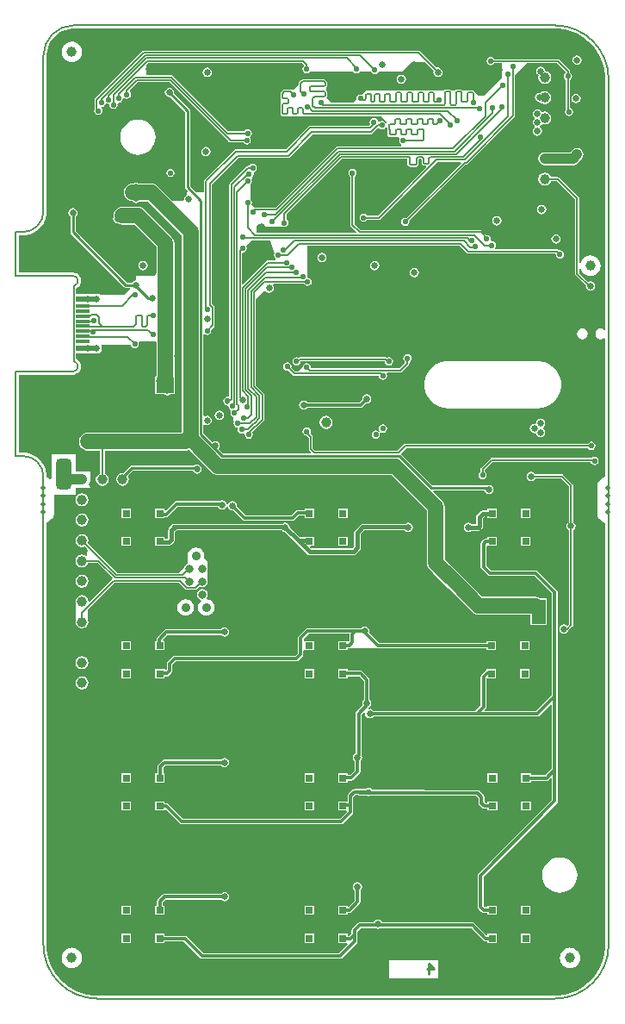
<source format=gbl>
G04 Layer_Physical_Order=4*
G04 Layer_Color=16711680*
%FSLAX44Y44*%
%MOMM*%
G71*
G01*
G75*
%ADD45C,1.0000*%
%ADD48C,0.1500*%
%ADD49C,0.2500*%
%ADD50C,1.0000*%
%ADD51C,0.2000*%
%ADD52C,1.5000*%
%ADD54C,0.4000*%
%ADD55C,0.3000*%
%ADD75C,0.0000*%
%ADD76O,2.2000X1.0000*%
%ADD77O,1.8000X1.0000*%
%ADD78C,2.4000*%
%ADD79C,0.5000*%
%ADD80C,0.9000*%
%ADD81C,0.6500*%
%ADD82C,0.5500*%
%ADD86R,1.4000X0.5999*%
%ADD87R,1.4000X0.3000*%
G04:AMPARAMS|DCode=88|XSize=3mm|YSize=1.5mm|CornerRadius=0.375mm|HoleSize=0mm|Usage=FLASHONLY|Rotation=270.000|XOffset=0mm|YOffset=0mm|HoleType=Round|Shape=RoundedRectangle|*
%AMROUNDEDRECTD88*
21,1,3.0000,0.7500,0,0,270.0*
21,1,2.2500,1.5000,0,0,270.0*
1,1,0.7500,-0.3750,-1.1250*
1,1,0.7500,-0.3750,1.1250*
1,1,0.7500,0.3750,1.1250*
1,1,0.7500,0.3750,-1.1250*
%
%ADD88ROUNDEDRECTD88*%
%ADD89C,0.8000*%
%ADD90R,0.7000X0.6500*%
%ADD91R,1.4000X2.4000*%
%ADD92R,1.7000X0.6000*%
%ADD93R,1.7000X1.5000*%
G36*
X524004Y942938D02*
X524949D01*
X528215Y942831D01*
X534740Y941972D01*
X541049Y940282D01*
X547083Y937782D01*
X552739Y934517D01*
X557921Y930540D01*
X562539Y925922D01*
X566515Y920741D01*
X569781Y915084D01*
X572280Y909050D01*
X573971Y902741D01*
X574830Y896216D01*
X574937Y892943D01*
X574937Y892943D01*
X574937Y892922D01*
X574938Y892918D01*
X574938Y892916D01*
X574937Y892915D01*
Y892908D01*
X574937Y892907D01*
X574937Y892889D01*
Y647472D01*
X573667Y646997D01*
X572248Y647945D01*
X570200Y648353D01*
X568152Y647945D01*
X566415Y646785D01*
X565255Y645048D01*
X564847Y643000D01*
X565255Y640952D01*
X566415Y639215D01*
X568152Y638055D01*
X570200Y637647D01*
X572248Y638055D01*
X573667Y639003D01*
X574937Y638528D01*
Y502965D01*
X573164Y502114D01*
X569164Y499114D01*
X568859Y498774D01*
X568480Y498520D01*
X568034Y497854D01*
X567499Y497257D01*
X567347Y496826D01*
X567094Y496446D01*
X566937Y495660D01*
X566671Y494904D01*
X566696Y494448D01*
X566607Y494000D01*
Y466000D01*
X566696Y465552D01*
X566671Y465096D01*
X566937Y464340D01*
X567094Y463554D01*
X567347Y463174D01*
X567499Y462743D01*
X568034Y462146D01*
X568480Y461480D01*
X568859Y461226D01*
X569164Y460886D01*
X573164Y457886D01*
X574937Y457035D01*
Y43111D01*
X574937Y43093D01*
X574937Y43092D01*
Y43085D01*
X574938Y43084D01*
X574938Y43082D01*
X574937Y43079D01*
X574937Y43057D01*
X574937Y43057D01*
X574830Y39784D01*
X573971Y33259D01*
X572280Y26950D01*
X569781Y20916D01*
X566515Y15260D01*
X562539Y10078D01*
X557921Y5459D01*
X552739Y1484D01*
X547083Y-1782D01*
X541049Y-4281D01*
X534740Y-5972D01*
X528215Y-6831D01*
X524949Y-6938D01*
X524004D01*
X523986Y-6941D01*
X76018D01*
X76000Y-6938D01*
X75055D01*
X71789Y-6831D01*
X65264Y-5972D01*
X58955Y-4281D01*
X52921Y-1782D01*
X47264Y1484D01*
X42083Y5460D01*
X37464Y10078D01*
X33489Y15260D01*
X30223Y20916D01*
X27724Y26950D01*
X26033Y33259D01*
X25174Y39784D01*
X25067Y43057D01*
X25067Y43057D01*
X25067Y43079D01*
X25066Y43082D01*
X25066Y43084D01*
X25066Y43085D01*
Y43092D01*
X25067Y43093D01*
X25066Y43109D01*
Y457517D01*
X25836Y457886D01*
X29836Y460886D01*
X30141Y461226D01*
X30520Y461480D01*
X30966Y462146D01*
X31501Y462743D01*
X31653Y463174D01*
X31906Y463554D01*
X32063Y464340D01*
X32329Y465096D01*
X32304Y465552D01*
X32393Y466000D01*
Y485000D01*
X54000D01*
Y492000D01*
X68000D01*
Y508000D01*
X54000D01*
X54000Y525000D01*
X30000Y525000D01*
X30000Y500579D01*
X28730Y499944D01*
X25836Y502114D01*
X25063Y502485D01*
Y502907D01*
X25063Y502921D01*
X25063Y502922D01*
Y502926D01*
X25062Y502928D01*
X25063Y502930D01*
X25063Y502948D01*
X25062Y502954D01*
X25063Y502961D01*
X25063Y502979D01*
X25062Y502986D01*
X25063Y502992D01*
Y504972D01*
X25004Y505267D01*
Y505568D01*
X24236Y509433D01*
X24120Y509711D01*
X24062Y510007D01*
X22554Y513647D01*
X22386Y513898D01*
X22271Y514176D01*
X20082Y517452D01*
X19869Y517665D01*
X19701Y517916D01*
X16915Y520702D01*
X16665Y520869D01*
X16452Y521082D01*
X13175Y523272D01*
X12897Y523387D01*
X12646Y523554D01*
X9006Y525062D01*
X8711Y525121D01*
X8432Y525236D01*
X4568Y526005D01*
X4266D01*
X3971Y526064D01*
X1987D01*
X1977Y526062D01*
X1967Y526064D01*
X1939Y526064D01*
X1932Y526062D01*
X1925Y526063D01*
X1897Y526063D01*
X1892Y526062D01*
X1889Y526063D01*
X1883D01*
X1881Y526063D01*
X1859Y526063D01*
X-1937D01*
Y602742D01*
X51000D01*
X51981Y602937D01*
X51995D01*
X53166Y603170D01*
X55005Y603932D01*
X55997Y604595D01*
X57405Y606003D01*
X58068Y606995D01*
X58830Y608834D01*
X59063Y610005D01*
Y611865D01*
X58961Y612376D01*
X58885Y612891D01*
X58305Y614520D01*
X58038Y614967D01*
X57793Y615427D01*
X56700Y616767D01*
X56298Y617099D01*
X55914Y617450D01*
X55097Y617944D01*
X55094Y623102D01*
X55992Y624000D01*
X77000D01*
X79000Y626000D01*
Y632000D01*
X108121D01*
X108232Y631439D01*
X109116Y630116D01*
X110439Y629232D01*
X112000Y628922D01*
X113561Y629232D01*
X114884Y630116D01*
X115768Y631439D01*
X116078Y633000D01*
X115768Y634561D01*
X115685Y634685D01*
X117000Y636000D01*
X133000D01*
X133174Y634802D01*
Y601353D01*
X133000D01*
X132043Y600957D01*
X131647Y600000D01*
Y598182D01*
X131412Y597000D01*
X131647Y595818D01*
Y585000D01*
X132043Y584043D01*
X133000Y583647D01*
X140918D01*
X142244Y582761D01*
X144000Y582412D01*
X145756Y582761D01*
X147082Y583647D01*
X150000D01*
X150957Y584043D01*
X151353Y585000D01*
Y600000D01*
X150957Y600957D01*
X150826Y601011D01*
Y732000D01*
X150525Y734284D01*
X149643Y736413D01*
X148241Y738241D01*
X121241Y765241D01*
X119413Y766643D01*
X117284Y767525D01*
X115000Y767825D01*
X100000D01*
X97716Y767525D01*
X95587Y766643D01*
X93759Y765241D01*
X92357Y763413D01*
X91475Y761284D01*
X91174Y759000D01*
X91243Y758477D01*
X90761Y757756D01*
X90412Y756000D01*
X90761Y754244D01*
X91756Y752756D01*
X93244Y751761D01*
X95000Y751412D01*
X95409Y751493D01*
X95587Y751357D01*
X97716Y750475D01*
X100000Y750174D01*
X111344D01*
X133174Y728344D01*
Y703198D01*
X133000Y702000D01*
X131000Y700000D01*
X113000D01*
Y695588D01*
X111244Y695239D01*
X109756Y694244D01*
X109291Y693549D01*
X104056D01*
X53549Y744056D01*
Y758291D01*
X54244Y758756D01*
X55239Y760244D01*
X55588Y762000D01*
X55239Y763756D01*
X54244Y765244D01*
X52756Y766239D01*
X51000Y766588D01*
X49244Y766239D01*
X47756Y765244D01*
X46761Y763756D01*
X46412Y762000D01*
X46761Y760244D01*
X47756Y758756D01*
X48451Y758291D01*
Y743000D01*
X48645Y742025D01*
X49198Y741198D01*
X101198Y689198D01*
X102025Y688645D01*
X103000Y688451D01*
X106792D01*
X107278Y687278D01*
X101000Y681000D01*
X78000D01*
X77000Y682000D01*
X55063D01*
X55063Y682762D01*
Y688035D01*
X55914Y688550D01*
X56298Y688901D01*
X56700Y689233D01*
X57793Y690573D01*
X58038Y691033D01*
X58305Y691480D01*
X58885Y693109D01*
X58961Y693624D01*
X59063Y694135D01*
Y695995D01*
X58830Y697166D01*
X58068Y699005D01*
X57405Y699997D01*
X55997Y701405D01*
X55005Y702068D01*
X53166Y702830D01*
X51995Y703063D01*
X-1937D01*
Y739937D01*
X2012D01*
X2019Y739939D01*
X2025Y739938D01*
X2050Y739938D01*
X2059Y739939D01*
X2069Y739938D01*
X2093Y739938D01*
X2100Y739939D01*
X2106Y739938D01*
X2131Y739938D01*
X2131Y739939D01*
X4078Y739948D01*
X4372Y740008D01*
X4673Y740009D01*
X8522Y740792D01*
X8799Y740908D01*
X9093Y740968D01*
X12716Y742485D01*
X12966Y742653D01*
X13243Y742768D01*
X16502Y744961D01*
X16714Y745173D01*
X16963Y745341D01*
X19734Y748125D01*
X19900Y748375D01*
X20112Y748588D01*
X22288Y751858D01*
X22403Y752136D01*
X22569Y752386D01*
X24068Y756017D01*
X24126Y756311D01*
X24241Y756589D01*
X25005Y760442D01*
X25004Y760742D01*
X25063Y761037D01*
Y763010D01*
X25062Y763016D01*
X25063Y763023D01*
X25063Y763041D01*
X25062Y763047D01*
X25063Y763054D01*
X25063Y763072D01*
X25062Y763074D01*
X25063Y763075D01*
Y763080D01*
X25063Y763081D01*
X25063Y763095D01*
Y915936D01*
X25121Y917712D01*
X25587Y921254D01*
X26499Y924657D01*
X27847Y927911D01*
X29608Y930962D01*
X31753Y933757D01*
X34244Y936248D01*
X37039Y938392D01*
X40089Y940154D01*
X43344Y941502D01*
X46747Y942414D01*
X50289Y942880D01*
X52051Y942938D01*
X52996D01*
X53015Y942942D01*
X523986D01*
X524004Y942938D01*
D02*
G37*
%LPC*%
G36*
X108250Y341190D02*
X98750D01*
Y332190D01*
X108250D01*
Y341190D01*
D02*
G37*
G36*
X60000Y326372D02*
X57561Y325887D01*
X55494Y324506D01*
X54113Y322439D01*
X53628Y320000D01*
X54113Y317561D01*
X55494Y315494D01*
X57561Y314113D01*
X60000Y313627D01*
X62439Y314113D01*
X64506Y315494D01*
X65887Y317561D01*
X66372Y320000D01*
X65887Y322439D01*
X64506Y324506D01*
X62439Y325887D01*
X60000Y326372D01*
D02*
G37*
G36*
X500250Y341190D02*
X490750D01*
Y332190D01*
X500250D01*
Y341190D01*
D02*
G37*
G36*
X200000Y354588D02*
X198244Y354239D01*
X196756Y353244D01*
X196461Y352804D01*
X143000D01*
X143000Y352804D01*
X141927Y352590D01*
X141017Y351983D01*
X141017Y351983D01*
X134017Y344983D01*
X133410Y344073D01*
X133196Y343000D01*
Y341190D01*
X131750D01*
Y332190D01*
X141250D01*
Y341190D01*
X139951D01*
X139425Y342460D01*
X144161Y347196D01*
X196461D01*
X196756Y346756D01*
X198244Y345761D01*
X200000Y345412D01*
X201756Y345761D01*
X203244Y346756D01*
X204239Y348244D01*
X204588Y350000D01*
X204239Y351756D01*
X203244Y353244D01*
X201756Y354239D01*
X200000Y354588D01*
D02*
G37*
G36*
X500250Y313690D02*
X490750D01*
Y304690D01*
X500250D01*
Y313690D01*
D02*
G37*
G36*
X60000Y306373D02*
X57561Y305887D01*
X55494Y304506D01*
X54113Y302439D01*
X53628Y300000D01*
X54113Y297561D01*
X55494Y295494D01*
X57561Y294113D01*
X60000Y293628D01*
X62439Y294113D01*
X64506Y295494D01*
X65887Y297561D01*
X66372Y300000D01*
X65887Y302439D01*
X64506Y304506D01*
X62439Y305887D01*
X60000Y306373D01*
D02*
G37*
G36*
X468250Y443690D02*
X458750D01*
Y441984D01*
X457180D01*
X456107Y441771D01*
X455197Y441163D01*
X453017Y438983D01*
X452410Y438073D01*
X452196Y437000D01*
Y414000D01*
X452410Y412927D01*
X453017Y412017D01*
X459017Y406017D01*
X459017Y406017D01*
X459927Y405410D01*
X461000Y405196D01*
X461000Y405196D01*
X504839D01*
X522196Y387839D01*
Y288161D01*
X506839Y272804D01*
X456428D01*
X455942Y273977D01*
X456983Y275017D01*
X456983Y275017D01*
X457590Y275927D01*
X457804Y277000D01*
X457804Y277000D01*
Y304690D01*
X467250D01*
Y313690D01*
X457750D01*
Y311954D01*
X457177Y311840D01*
X456267Y311233D01*
X453017Y307983D01*
X452410Y307073D01*
X452196Y306000D01*
Y278161D01*
X446839Y272804D01*
X346539D01*
X346244Y273244D01*
X344756Y274239D01*
X343000Y274588D01*
X342188Y274427D01*
X342104Y274583D01*
X341756Y275761D01*
X343244Y276756D01*
X344239Y278244D01*
X344588Y280000D01*
X344239Y281756D01*
X343244Y283244D01*
X342804Y283539D01*
Y303000D01*
X342590Y304073D01*
X341983Y304983D01*
X335733Y311233D01*
X334823Y311840D01*
X333750Y312054D01*
X321250D01*
Y313690D01*
X311750D01*
Y304690D01*
X321250D01*
Y306446D01*
X332589D01*
X337196Y301839D01*
Y283539D01*
X336756Y283244D01*
X335761Y281756D01*
X335412Y280000D01*
X335761Y278244D01*
X335969Y277934D01*
X330017Y271983D01*
X329410Y271073D01*
X329196Y270000D01*
Y231207D01*
X327756Y230244D01*
X326761Y228756D01*
X326412Y227000D01*
X326761Y225244D01*
X327756Y223756D01*
X328196Y223461D01*
Y214161D01*
X323839Y209804D01*
X321250D01*
Y211190D01*
X311750D01*
Y202190D01*
X321250D01*
Y204196D01*
X325000D01*
X326073Y204410D01*
X326983Y205017D01*
X332983Y211017D01*
X332983Y211017D01*
X333590Y211927D01*
X333804Y213000D01*
X333804Y213000D01*
Y223461D01*
X334244Y223756D01*
X335239Y225244D01*
X335588Y227000D01*
X335239Y228756D01*
X334804Y229407D01*
Y268839D01*
X337403Y271438D01*
X338573Y270812D01*
X338412Y270000D01*
X338761Y268244D01*
X339756Y266756D01*
X341244Y265761D01*
X343000Y265412D01*
X344756Y265761D01*
X346244Y266756D01*
X346539Y267196D01*
X508000D01*
X509073Y267409D01*
X509983Y268017D01*
X521023Y279058D01*
X522196Y278571D01*
Y216161D01*
X515529Y209494D01*
X501451D01*
Y211190D01*
X491951D01*
Y202190D01*
X501451D01*
Y203886D01*
X516690D01*
X517763Y204100D01*
X518673Y204707D01*
X521023Y207057D01*
X522196Y206572D01*
Y185161D01*
X450017Y112983D01*
X449410Y112073D01*
X449196Y111000D01*
Y80000D01*
X449410Y78927D01*
X450017Y78017D01*
X453017Y75017D01*
X453927Y74410D01*
X455000Y74196D01*
X458749D01*
Y72191D01*
X468249D01*
Y81191D01*
X458749D01*
Y79804D01*
X456161D01*
X454804Y81161D01*
Y109839D01*
X526983Y182017D01*
X527590Y182927D01*
X527804Y184000D01*
Y215000D01*
X527804Y215000D01*
X527804Y215000D01*
Y287000D01*
Y389000D01*
X527804Y389000D01*
X527590Y390073D01*
X526983Y390983D01*
X507983Y409983D01*
X507073Y410590D01*
X506000Y410804D01*
X462161D01*
X457804Y415161D01*
Y433908D01*
X458750Y434690D01*
X468250D01*
Y443690D01*
D02*
G37*
G36*
X288250Y313690D02*
X278750D01*
Y304690D01*
X288250D01*
Y313690D01*
D02*
G37*
G36*
X108250D02*
X98750D01*
Y304690D01*
X108250D01*
Y313690D01*
D02*
G37*
G36*
X381000Y457588D02*
X379244Y457239D01*
X378150Y456508D01*
X336194D01*
X334926Y456256D01*
X333851Y455537D01*
X329657Y451343D01*
X329657Y451343D01*
X328657Y450343D01*
X327939Y449268D01*
X327686Y448000D01*
Y434373D01*
X325627Y432314D01*
X285373D01*
X284170Y433517D01*
X284656Y434690D01*
X288250D01*
Y443690D01*
X278750D01*
Y443314D01*
X274373D01*
X264564Y453122D01*
X264239Y454756D01*
X263244Y456244D01*
X261756Y457239D01*
X260000Y457588D01*
X258244Y457239D01*
X257150Y456508D01*
X150000D01*
X148732Y456256D01*
X147657Y455537D01*
X146939Y454463D01*
X146731Y453417D01*
X145657Y452343D01*
X144939Y451268D01*
X144686Y450000D01*
Y442373D01*
X143877Y441564D01*
X141250D01*
Y443690D01*
X131750D01*
Y434690D01*
X141250D01*
Y434936D01*
X145250D01*
X146518Y435189D01*
X147593Y435907D01*
X150343Y438657D01*
X151061Y439732D01*
X151314Y441000D01*
Y448627D01*
X152567Y449881D01*
X256672D01*
X256756Y449756D01*
X258244Y448761D01*
X259878Y448436D01*
X270657Y437657D01*
X281657Y426657D01*
X282732Y425939D01*
X284000Y425686D01*
X327000D01*
X328268Y425939D01*
X329343Y426657D01*
X333343Y430657D01*
X334061Y431732D01*
X334314Y433000D01*
Y446628D01*
X334343Y446657D01*
X334343Y446657D01*
X337567Y449881D01*
X377672D01*
X377756Y449756D01*
X379244Y448761D01*
X381000Y448412D01*
X382756Y448761D01*
X384244Y449756D01*
X385239Y451244D01*
X385588Y453000D01*
X385239Y454756D01*
X384244Y456244D01*
X382756Y457239D01*
X381000Y457588D01*
D02*
G37*
G36*
X60000Y446372D02*
X57561Y445887D01*
X55494Y444506D01*
X54113Y442439D01*
X53628Y440000D01*
X54113Y437561D01*
X55494Y435494D01*
X57561Y434113D01*
X60000Y433628D01*
X62439Y434113D01*
X62777Y434339D01*
X65000Y432116D01*
Y425703D01*
X63730Y425024D01*
X62439Y425887D01*
X60000Y426372D01*
X57561Y425887D01*
X55494Y424506D01*
X54113Y422439D01*
X53628Y420000D01*
X54113Y417561D01*
X55494Y415494D01*
X57561Y414113D01*
X60000Y413628D01*
X62439Y414113D01*
X64506Y415494D01*
X65887Y417561D01*
X65967Y417961D01*
X75266D01*
X89992Y403235D01*
X89809Y401700D01*
X89774Y401657D01*
X67556Y379440D01*
X66555Y379913D01*
X66364Y380044D01*
X65887Y382439D01*
X64506Y384506D01*
X62439Y385887D01*
X60000Y386372D01*
X57561Y385887D01*
X55494Y384506D01*
X54113Y382439D01*
X53628Y380000D01*
X54000Y378128D01*
Y361872D01*
X53628Y360000D01*
X54113Y357561D01*
X55494Y355494D01*
X57561Y354113D01*
X60000Y353628D01*
X62439Y354113D01*
X64506Y355494D01*
X65887Y357561D01*
X65975Y358000D01*
X66000D01*
Y358128D01*
X66372Y360000D01*
X66000Y361872D01*
Y372116D01*
X92095Y398211D01*
X155670D01*
X161723Y392158D01*
X162384Y391716D01*
X163165Y391561D01*
X163165Y391561D01*
X171600D01*
X172380Y391716D01*
X173042Y392158D01*
X175844Y394960D01*
X176302Y394655D01*
X178350Y394247D01*
X180398Y394655D01*
X182135Y395815D01*
X183295Y397552D01*
X183703Y399600D01*
X183295Y401648D01*
X183000Y402090D01*
Y409809D01*
X183295Y410252D01*
X183703Y412300D01*
X183295Y414348D01*
X183000Y414790D01*
Y420000D01*
X179799Y423201D01*
X180000Y424212D01*
Y425788D01*
X179693Y427333D01*
X179090Y428789D01*
X178214Y430100D01*
X177100Y431214D01*
X175789Y432090D01*
X174333Y432693D01*
X172788Y433000D01*
X171212D01*
X169667Y432693D01*
X168211Y432090D01*
X166900Y431214D01*
X165786Y430100D01*
X164911Y428789D01*
X164307Y427333D01*
X164000Y425788D01*
Y424212D01*
X164034Y424041D01*
X164000Y424000D01*
X164000D01*
Y417325D01*
X163602Y417245D01*
X161865Y416085D01*
X160705Y414348D01*
X160545Y413545D01*
X155039Y408039D01*
X94845D01*
X65661Y437223D01*
X65887Y437561D01*
X66372Y440000D01*
X65887Y442439D01*
X64506Y444506D01*
X62439Y445887D01*
X60000Y446372D01*
D02*
G37*
G36*
X108250Y443690D02*
X98750D01*
Y434690D01*
X108250D01*
Y443690D01*
D02*
G37*
G36*
X501250Y443690D02*
X491750D01*
Y434690D01*
X501250D01*
Y443690D01*
D02*
G37*
G36*
X321250D02*
X311750D01*
Y434690D01*
X321250D01*
Y443690D01*
D02*
G37*
G36*
X502000Y507588D02*
X500244Y507239D01*
X498756Y506244D01*
X497761Y504756D01*
X497412Y503000D01*
X497761Y501244D01*
X498756Y499756D01*
X500244Y498761D01*
X502000Y498412D01*
X503756Y498761D01*
X505244Y499756D01*
X506050Y500961D01*
X531155D01*
X538961Y493155D01*
Y458050D01*
X537756Y457244D01*
X536761Y455756D01*
X536412Y454000D01*
X536761Y452244D01*
X537756Y450756D01*
X538961Y449950D01*
Y357845D01*
X537350Y356234D01*
X537244Y356244D01*
X535756Y357239D01*
X534000Y357588D01*
X532244Y357239D01*
X530756Y356244D01*
X529761Y354756D01*
X529412Y353000D01*
X529761Y351244D01*
X530756Y349756D01*
X532244Y348761D01*
X534000Y348412D01*
X535756Y348761D01*
X537244Y349756D01*
X538239Y351244D01*
X538280Y351450D01*
X538442Y351558D01*
X542442Y355558D01*
X542442Y355558D01*
X542884Y356220D01*
X543039Y357000D01*
X543039Y357000D01*
Y449950D01*
X544244Y450756D01*
X545239Y452244D01*
X545588Y454000D01*
X545239Y455756D01*
X544244Y457244D01*
X543039Y458050D01*
Y494000D01*
X542884Y494780D01*
X542442Y495442D01*
X533442Y504442D01*
X532780Y504884D01*
X532000Y505039D01*
X506050D01*
X505244Y506244D01*
X503756Y507239D01*
X502000Y507588D01*
D02*
G37*
G36*
X338000Y355588D02*
X336244Y355239D01*
X334756Y354244D01*
X334461Y353804D01*
X282000D01*
X282000Y353804D01*
X280927Y353591D01*
X280017Y352983D01*
X280017Y352983D01*
X273017Y345983D01*
X272410Y345073D01*
X272196Y344000D01*
Y329161D01*
X269839Y326804D01*
X151000D01*
X149927Y326590D01*
X149017Y325983D01*
X144017Y320983D01*
X143410Y320073D01*
X143196Y319000D01*
Y313468D01*
X142476Y312904D01*
X141250Y313451D01*
Y313690D01*
X131750D01*
Y304690D01*
X141250D01*
Y306446D01*
X143250D01*
X144323Y306660D01*
X145233Y307267D01*
X147983Y310017D01*
X148590Y310927D01*
X148804Y312000D01*
Y317839D01*
X152161Y321196D01*
X271000D01*
X272073Y321410D01*
X272983Y322017D01*
X276983Y326017D01*
X277591Y326927D01*
X277804Y328000D01*
Y331408D01*
X278750Y332190D01*
X279074Y332190D01*
X288250D01*
Y341190D01*
X279074D01*
X278750Y341190D01*
X278129Y341703D01*
X278080Y343115D01*
X283161Y348196D01*
X323035D01*
X323196Y348000D01*
Y341469D01*
X322476Y340904D01*
X321250Y341190D01*
Y341190D01*
X311750D01*
Y332190D01*
X321250D01*
Y333946D01*
X322750D01*
X323021Y334000D01*
X350979D01*
X351250Y333946D01*
X457750D01*
Y332190D01*
X467250D01*
Y341190D01*
X457750D01*
Y339554D01*
X352411D01*
X342319Y349646D01*
X342588Y351000D01*
X342239Y352756D01*
X341244Y354244D01*
X339756Y355239D01*
X338000Y355588D01*
D02*
G37*
G36*
X162628Y382200D02*
X161052D01*
X159507Y381893D01*
X158051Y381289D01*
X156740Y380414D01*
X155626Y379300D01*
X154750Y377989D01*
X154147Y376534D01*
X153840Y374988D01*
Y373412D01*
X154147Y371866D01*
X154750Y370410D01*
X155626Y369100D01*
X156740Y367986D01*
X158051Y367110D01*
X159507Y366507D01*
X161052Y366200D01*
X162628D01*
X164174Y366507D01*
X165629Y367110D01*
X166940Y367986D01*
X168054Y369100D01*
X168930Y370410D01*
X169533Y371866D01*
X169840Y373412D01*
Y374988D01*
X169533Y376534D01*
X168930Y377989D01*
X168054Y379300D01*
X166940Y380414D01*
X165629Y381289D01*
X164174Y381893D01*
X162628Y382200D01*
D02*
G37*
G36*
X60000Y406372D02*
X57561Y405887D01*
X55494Y404506D01*
X54113Y402439D01*
X53628Y400000D01*
X54113Y397561D01*
X55494Y395494D01*
X57561Y394113D01*
X60000Y393628D01*
X62439Y394113D01*
X64506Y395494D01*
X65887Y397561D01*
X66372Y400000D01*
X65887Y402439D01*
X64506Y404506D01*
X62439Y405887D01*
X60000Y406372D01*
D02*
G37*
G36*
X178350Y392253D02*
X176302Y391845D01*
X174565Y390685D01*
X173405Y388948D01*
X172997Y386900D01*
X173405Y384851D01*
X174565Y383115D01*
X176302Y381955D01*
X176901Y381835D01*
X177170Y380487D01*
X177060Y380414D01*
X175946Y379300D01*
X175070Y377989D01*
X174467Y376534D01*
X174160Y374988D01*
Y373412D01*
X174467Y371866D01*
X175070Y370410D01*
X175946Y369100D01*
X177060Y367986D01*
X178371Y367110D01*
X179827Y366507D01*
X181372Y366200D01*
X182948D01*
X184494Y366507D01*
X185949Y367110D01*
X187260Y367986D01*
X188374Y369100D01*
X189249Y370410D01*
X189853Y371866D01*
X190160Y373412D01*
Y374988D01*
X189853Y376534D01*
X189249Y377989D01*
X188374Y379300D01*
X187260Y380414D01*
X185949Y381289D01*
X184494Y381893D01*
X182948Y382200D01*
X182935D01*
X182830Y382320D01*
X182372Y383470D01*
X183295Y384851D01*
X183703Y386900D01*
X183295Y388948D01*
X182135Y390685D01*
X180399Y391845D01*
X178350Y392253D01*
D02*
G37*
G36*
X200000Y226588D02*
X198244Y226239D01*
X196756Y225244D01*
X196461Y224804D01*
X141000D01*
X139927Y224590D01*
X139017Y223983D01*
X135017Y219983D01*
X134410Y219073D01*
X134196Y218000D01*
Y211190D01*
X131750D01*
Y202190D01*
X141250D01*
Y211190D01*
X139804D01*
Y216839D01*
X142161Y219196D01*
X196461D01*
X196756Y218756D01*
X198244Y217761D01*
X200000Y217412D01*
X201756Y217761D01*
X203244Y218756D01*
X204239Y220244D01*
X204588Y222000D01*
X204239Y223756D01*
X203244Y225244D01*
X201756Y226239D01*
X200000Y226588D01*
D02*
G37*
G36*
X501249Y53691D02*
X491749D01*
Y44691D01*
X501249D01*
Y53691D01*
D02*
G37*
G36*
X351000Y67588D02*
X349244Y67239D01*
X347756Y66244D01*
X346923Y64998D01*
X333194D01*
X332121Y64785D01*
X331212Y64177D01*
X326017Y58983D01*
X325410Y58073D01*
X325196Y57000D01*
Y54161D01*
X322839Y51804D01*
X321249D01*
Y53691D01*
X311749D01*
Y44691D01*
X320025D01*
X320630Y44691D01*
X321467Y43643D01*
X321447Y43413D01*
X312839Y34804D01*
X179161D01*
X162983Y50983D01*
X162073Y51590D01*
X161000Y51804D01*
X141250D01*
Y53691D01*
X131750D01*
Y44691D01*
X141250D01*
Y46196D01*
X159839D01*
X176017Y30017D01*
X176927Y29410D01*
X178000Y29196D01*
X314000D01*
X315073Y29410D01*
X315983Y30017D01*
X329983Y44017D01*
X330590Y44927D01*
X330804Y46000D01*
Y55839D01*
X334356Y59391D01*
X348302D01*
X349244Y58761D01*
X351000Y58412D01*
X352756Y58761D01*
X353698Y59391D01*
X438023D01*
X439000Y59196D01*
X442839D01*
X454826Y47208D01*
X455736Y46601D01*
X456809Y46387D01*
X458749D01*
Y44691D01*
X468249D01*
Y53691D01*
X458749D01*
Y53012D01*
X457479Y52486D01*
X445983Y63983D01*
X445073Y64590D01*
X444000Y64804D01*
X439977D01*
X439000Y64998D01*
X355077D01*
X354244Y66244D01*
X352756Y67239D01*
X351000Y67588D01*
D02*
G37*
G36*
X108250Y81191D02*
X98750D01*
Y72191D01*
X108250D01*
Y81191D01*
D02*
G37*
G36*
X501249Y81191D02*
X491749D01*
Y72191D01*
X501249D01*
Y81191D01*
D02*
G37*
G36*
X288249Y81191D02*
X278749D01*
Y72191D01*
X288249D01*
Y81191D01*
D02*
G37*
G36*
X50020Y39999D02*
X49299Y39976D01*
X48532Y39902D01*
X47660Y39724D01*
X47200Y39603D01*
X46580Y39397D01*
X45994Y39167D01*
X45519Y38934D01*
X45142Y38761D01*
X44421Y38301D01*
X44009Y38010D01*
X43673Y37752D01*
X42986Y37126D01*
X42428Y36540D01*
X41828Y35777D01*
X41597Y35407D01*
X41402Y35116D01*
X41151Y34652D01*
X40907Y34170D01*
X40671Y33618D01*
X40520Y33195D01*
X40235Y32206D01*
X40148Y31745D01*
X40070Y31256D01*
X40001Y30086D01*
X40016Y29307D01*
X40093Y28637D01*
X40166Y28247D01*
X40235Y27832D01*
X40318Y27472D01*
X40548Y26734D01*
X40697Y26317D01*
X41032Y25578D01*
X41267Y25121D01*
X41525Y24689D01*
X41828Y24223D01*
X42074Y23894D01*
X42569Y23290D01*
X42986Y22873D01*
X43375Y22516D01*
X43922Y22046D01*
X44195Y21856D01*
X44626Y21556D01*
X45033Y21317D01*
X45591Y21019D01*
X46018Y20822D01*
X46318Y20706D01*
X46991Y20447D01*
X47392Y20337D01*
X47660Y20278D01*
X48318Y20133D01*
X48944Y20054D01*
X50091Y19992D01*
X50655Y20015D01*
X51001Y20054D01*
X52151Y20234D01*
X52646Y20357D01*
X53247Y20539D01*
X53839Y20765D01*
X54320Y20978D01*
X54964Y21317D01*
X55367Y21556D01*
X55750Y21818D01*
X56298Y22220D01*
X56907Y22775D01*
X57312Y23180D01*
X57719Y23641D01*
X58046Y24051D01*
X58351Y24490D01*
X58611Y24901D01*
X58836Y25296D01*
X59235Y26161D01*
X59404Y26573D01*
X59569Y27106D01*
X59702Y27538D01*
X59826Y28149D01*
X59905Y28618D01*
X59975Y29390D01*
X59997Y30339D01*
X59945Y31056D01*
X59873Y31572D01*
X59785Y32068D01*
X59676Y32562D01*
X59397Y33407D01*
X59198Y33914D01*
X59023Y34318D01*
X58857Y34653D01*
X58637Y35038D01*
X58446Y35375D01*
X58165Y35777D01*
X57756Y36308D01*
X57312Y36812D01*
X56701Y37422D01*
X56107Y37926D01*
X55602Y38280D01*
X55019Y38657D01*
X54482Y38934D01*
X53906Y39207D01*
X53312Y39429D01*
X52887Y39570D01*
X52316Y39724D01*
X51820Y39837D01*
X50929Y39953D01*
X50020Y39999D01*
D02*
G37*
G36*
X410000Y28000D02*
X362000D01*
Y10000D01*
X410000D01*
Y28000D01*
D02*
G37*
G36*
X540022Y39999D02*
X539301Y39976D01*
X538533Y39902D01*
X537662Y39724D01*
X537201Y39603D01*
X536582Y39397D01*
X535995Y39167D01*
X535520Y38934D01*
X535143Y38761D01*
X534423Y38301D01*
X534010Y38010D01*
X533674Y37752D01*
X532988Y37126D01*
X532430Y36540D01*
X531830Y35777D01*
X531598Y35407D01*
X531404Y35116D01*
X531152Y34652D01*
X530909Y34170D01*
X530672Y33618D01*
X530521Y33195D01*
X530237Y32206D01*
X530150Y31745D01*
X530072Y31256D01*
X530003Y30086D01*
X530017Y29307D01*
X530095Y28637D01*
X530167Y28247D01*
X530237Y27832D01*
X530319Y27472D01*
X530549Y26734D01*
X530698Y26317D01*
X531034Y25578D01*
X531268Y25121D01*
X531526Y24689D01*
X531830Y24223D01*
X532076Y23894D01*
X532571Y23290D01*
X532988Y22873D01*
X533377Y22516D01*
X533924Y22046D01*
X534197Y21856D01*
X534628Y21556D01*
X535034Y21317D01*
X535592Y21019D01*
X536020Y20822D01*
X536320Y20706D01*
X536993Y20447D01*
X537394Y20337D01*
X537662Y20278D01*
X538320Y20133D01*
X538945Y20054D01*
X540093Y19992D01*
X540656Y20015D01*
X541003Y20054D01*
X542153Y20234D01*
X542648Y20357D01*
X543248Y20539D01*
X543840Y20765D01*
X544322Y20978D01*
X544965Y21317D01*
X545369Y21556D01*
X545752Y21818D01*
X546299Y22220D01*
X546909Y22775D01*
X547313Y23180D01*
X547720Y23641D01*
X548048Y24051D01*
X548352Y24490D01*
X548612Y24901D01*
X548837Y25296D01*
X549236Y26161D01*
X549406Y26573D01*
X549570Y27106D01*
X549703Y27538D01*
X549828Y28149D01*
X549906Y28618D01*
X549976Y29390D01*
X549999Y30339D01*
X549947Y31056D01*
X549874Y31572D01*
X549786Y32068D01*
X549678Y32562D01*
X549399Y33407D01*
X549200Y33914D01*
X549025Y34318D01*
X548858Y34653D01*
X548639Y35038D01*
X548447Y35375D01*
X548166Y35777D01*
X547758Y36308D01*
X547313Y36812D01*
X546703Y37422D01*
X546108Y37926D01*
X545603Y38280D01*
X545020Y38657D01*
X544483Y38934D01*
X543908Y39207D01*
X543314Y39429D01*
X542889Y39570D01*
X542318Y39724D01*
X541821Y39837D01*
X540931Y39953D01*
X540022Y39999D01*
D02*
G37*
G36*
X288249Y53691D02*
X278749D01*
Y44691D01*
X288249D01*
Y53691D01*
D02*
G37*
G36*
X108250D02*
X98750D01*
Y44691D01*
X108250D01*
Y53691D01*
D02*
G37*
G36*
X501451Y183690D02*
X491951D01*
Y174690D01*
X501451D01*
Y183690D01*
D02*
G37*
G36*
X342000Y197078D02*
X340439Y196768D01*
X339116Y195884D01*
X339063Y195804D01*
X328000D01*
X326927Y195590D01*
X326017Y194983D01*
X322017Y190983D01*
X321410Y190073D01*
X321196Y189000D01*
Y183690D01*
X311750D01*
Y174690D01*
X319929D01*
X320455Y173420D01*
X313839Y166804D01*
X159161D01*
X144983Y180983D01*
X144073Y181590D01*
X143000Y181804D01*
X141250D01*
Y183690D01*
X131750D01*
Y174690D01*
X141250D01*
Y174989D01*
X142520Y175515D01*
X156017Y162017D01*
X156927Y161410D01*
X158000Y161196D01*
X315000D01*
X316073Y161410D01*
X316983Y162017D01*
X325983Y171017D01*
X326590Y171927D01*
X326804Y173000D01*
Y181000D01*
Y187839D01*
X329161Y190196D01*
X331252D01*
X332132Y189606D01*
X333205Y189391D01*
X340220Y189379D01*
X340439Y189232D01*
X342000Y188922D01*
X343561Y189232D01*
X343771Y189373D01*
X447837Y189198D01*
X450196Y186839D01*
Y182000D01*
X450410Y180927D01*
X451017Y180017D01*
X453827Y177207D01*
X453827Y177207D01*
X454737Y176600D01*
X455810Y176386D01*
X458951D01*
Y174690D01*
X468451D01*
Y183690D01*
X458951D01*
Y181994D01*
X456971D01*
X455804Y183161D01*
Y188000D01*
X455591Y189073D01*
X454983Y189983D01*
X450983Y193983D01*
X450531Y194285D01*
X450077Y194589D01*
X450075Y194589D01*
X450073Y194590D01*
X449540Y194697D01*
X449005Y194804D01*
X345489Y194978D01*
X344884Y195884D01*
X343561Y196768D01*
X342000Y197078D01*
D02*
G37*
G36*
X108250Y211190D02*
X98750D01*
Y202190D01*
X108250D01*
Y211190D01*
D02*
G37*
G36*
X468451D02*
X458951D01*
Y202190D01*
X468451D01*
Y211190D01*
D02*
G37*
G36*
X288250D02*
X278750D01*
Y202190D01*
X288250D01*
Y211190D01*
D02*
G37*
G36*
X200000Y94588D02*
X198244Y94239D01*
X196756Y93244D01*
X196461Y92804D01*
X141000D01*
X139927Y92590D01*
X139017Y91983D01*
X134517Y87482D01*
X133909Y86573D01*
X133696Y85500D01*
Y81191D01*
X131750D01*
Y72191D01*
X141250D01*
Y81191D01*
X139304D01*
Y84338D01*
X142161Y87196D01*
X196461D01*
X196756Y86756D01*
X198244Y85761D01*
X200000Y85412D01*
X201756Y85761D01*
X203244Y86756D01*
X204239Y88244D01*
X204588Y90000D01*
X204239Y91756D01*
X203244Y93244D01*
X201756Y94239D01*
X200000Y94588D01*
D02*
G37*
G36*
X331000Y104588D02*
X329244Y104239D01*
X327756Y103244D01*
X326761Y101756D01*
X326412Y100000D01*
X326761Y98244D01*
X327756Y96756D01*
X328196Y96461D01*
Y86161D01*
X322519Y80485D01*
X321249Y81011D01*
Y81191D01*
X311749D01*
Y72191D01*
X321249D01*
Y73887D01*
X322691D01*
X323764Y74101D01*
X324674Y74708D01*
X332983Y83017D01*
X333590Y83927D01*
X333804Y85000D01*
Y96461D01*
X334244Y96756D01*
X335239Y98244D01*
X335588Y100000D01*
X335239Y101756D01*
X334244Y103244D01*
X332756Y104239D01*
X331000Y104588D01*
D02*
G37*
G36*
X529970Y128533D02*
X526588Y128200D01*
X523337Y127214D01*
X520340Y125612D01*
X517713Y123457D01*
X515558Y120830D01*
X513956Y117833D01*
X512970Y114582D01*
X512636Y111200D01*
X512970Y107818D01*
X513956Y104567D01*
X515558Y101570D01*
X517713Y98943D01*
X520340Y96788D01*
X523337Y95186D01*
X526588Y94200D01*
X529970Y93867D01*
X533352Y94200D01*
X536603Y95186D01*
X539600Y96788D01*
X542227Y98943D01*
X544382Y101570D01*
X545984Y104567D01*
X546970Y107818D01*
X547304Y111200D01*
X546970Y114582D01*
X545984Y117833D01*
X544382Y120830D01*
X542227Y123457D01*
X539600Y125612D01*
X536603Y127214D01*
X533352Y128200D01*
X529970Y128533D01*
D02*
G37*
G36*
X288250Y183690D02*
X278750D01*
Y174690D01*
X288250D01*
Y183690D01*
D02*
G37*
G36*
X108250D02*
X98750D01*
Y174690D01*
X108250D01*
Y183690D01*
D02*
G37*
G36*
X60000Y466372D02*
X57561Y465887D01*
X55494Y464506D01*
X54113Y462439D01*
X53628Y460000D01*
X54113Y457561D01*
X55494Y455494D01*
X57561Y454113D01*
X60000Y453628D01*
X62439Y454113D01*
X64506Y455494D01*
X65887Y457561D01*
X66372Y460000D01*
X65887Y462439D01*
X64506Y464506D01*
X62439Y465887D01*
X60000Y466372D01*
D02*
G37*
G36*
X147000Y805078D02*
X145439Y804768D01*
X144116Y803884D01*
X143232Y802561D01*
X142922Y801000D01*
X143232Y799439D01*
X144116Y798116D01*
X145439Y797232D01*
X147000Y796922D01*
X148561Y797232D01*
X149884Y798116D01*
X150768Y799439D01*
X151078Y801000D01*
X150768Y802561D01*
X149884Y803884D01*
X148561Y804768D01*
X147000Y805078D01*
D02*
G37*
G36*
X512000Y769588D02*
X510244Y769239D01*
X508756Y768244D01*
X507761Y766756D01*
X507412Y765000D01*
X507761Y763244D01*
X508756Y761756D01*
X510244Y760761D01*
X512000Y760412D01*
X513756Y760761D01*
X515244Y761756D01*
X516239Y763244D01*
X516588Y765000D01*
X516239Y766756D01*
X515244Y768244D01*
X513756Y769239D01*
X512000Y769588D01*
D02*
G37*
G36*
X547000Y825372D02*
X544561Y824887D01*
X542494Y823506D01*
X540360Y821372D01*
X515000D01*
X512561Y820887D01*
X510494Y819506D01*
X509113Y817439D01*
X508628Y815000D01*
X509113Y812561D01*
X510494Y810494D01*
X512561Y809113D01*
X515000Y808627D01*
X543000D01*
X545439Y809113D01*
X547506Y810494D01*
X551506Y814494D01*
X552887Y816561D01*
X553372Y819000D01*
X552887Y821439D01*
X551506Y823506D01*
X549439Y824887D01*
X547000Y825372D01*
D02*
G37*
G36*
X115000Y853533D02*
X111618Y853200D01*
X108367Y852214D01*
X105370Y850612D01*
X102743Y848457D01*
X100588Y845830D01*
X98986Y842833D01*
X98000Y839582D01*
X97667Y836200D01*
X98000Y832818D01*
X98986Y829567D01*
X100588Y826570D01*
X102743Y823943D01*
X105370Y821788D01*
X108367Y820186D01*
X111618Y819200D01*
X115000Y818867D01*
X118382Y819200D01*
X121633Y820186D01*
X124630Y821788D01*
X127257Y823943D01*
X129412Y826570D01*
X131014Y829567D01*
X132000Y832818D01*
X132333Y836200D01*
X132000Y839582D01*
X131014Y842833D01*
X129412Y845830D01*
X127257Y848457D01*
X124630Y850612D01*
X121633Y852214D01*
X118382Y853200D01*
X115000Y853533D01*
D02*
G37*
G36*
X182000Y826588D02*
X180244Y826239D01*
X178756Y825244D01*
X177761Y823756D01*
X177412Y822000D01*
X177761Y820244D01*
X178756Y818756D01*
X180244Y817761D01*
X182000Y817412D01*
X183756Y817761D01*
X185244Y818756D01*
X186239Y820244D01*
X186588Y822000D01*
X186239Y823756D01*
X185244Y825244D01*
X183756Y826239D01*
X182000Y826588D01*
D02*
G37*
G36*
X348000Y714588D02*
X346244Y714239D01*
X344756Y713244D01*
X343761Y711756D01*
X343412Y710000D01*
X343761Y708244D01*
X344756Y706756D01*
X346244Y705761D01*
X348000Y705412D01*
X349756Y705761D01*
X351244Y706756D01*
X352239Y708244D01*
X352588Y710000D01*
X352239Y711756D01*
X351244Y713244D01*
X349756Y714239D01*
X348000Y714588D01*
D02*
G37*
G36*
X120000D02*
X118244Y714239D01*
X116756Y713244D01*
X115761Y711756D01*
X115412Y710000D01*
X115761Y708244D01*
X116756Y706756D01*
X118244Y705761D01*
X120000Y705412D01*
X121756Y705761D01*
X123244Y706756D01*
X124239Y708244D01*
X124588Y710000D01*
X124239Y711756D01*
X123244Y713244D01*
X121756Y714239D01*
X120000Y714588D01*
D02*
G37*
G36*
X296000Y722588D02*
X294244Y722239D01*
X292756Y721244D01*
X291761Y719756D01*
X291412Y718000D01*
X291761Y716244D01*
X292756Y714756D01*
X294244Y713761D01*
X296000Y713412D01*
X297756Y713761D01*
X299244Y714756D01*
X300239Y716244D01*
X300588Y718000D01*
X300239Y719756D01*
X299244Y721244D01*
X297756Y722239D01*
X296000Y722588D01*
D02*
G37*
G36*
X468000Y758588D02*
X466244Y758239D01*
X464756Y757244D01*
X463761Y755756D01*
X463412Y754000D01*
X463761Y752244D01*
X464756Y750756D01*
X466244Y749761D01*
X468000Y749412D01*
X469756Y749761D01*
X471244Y750756D01*
X472239Y752244D01*
X472588Y754000D01*
X472239Y755756D01*
X471244Y757244D01*
X469756Y758239D01*
X468000Y758588D01*
D02*
G37*
G36*
X526000Y740588D02*
X524244Y740239D01*
X522756Y739244D01*
X521761Y737756D01*
X521412Y736000D01*
X521761Y734244D01*
X522756Y732756D01*
X524244Y731761D01*
X526000Y731412D01*
X527756Y731761D01*
X529244Y732756D01*
X530239Y734244D01*
X530588Y736000D01*
X530239Y737756D01*
X529244Y739244D01*
X527756Y740239D01*
X526000Y740588D01*
D02*
G37*
G36*
X183000Y904588D02*
X181244Y904239D01*
X179756Y903244D01*
X178761Y901756D01*
X178412Y900000D01*
X178761Y898244D01*
X179756Y896756D01*
X181244Y895761D01*
X183000Y895412D01*
X184756Y895761D01*
X186244Y896756D01*
X187239Y898244D01*
X187588Y900000D01*
X187239Y901756D01*
X186244Y903244D01*
X184756Y904239D01*
X183000Y904588D01*
D02*
G37*
G36*
X511000Y905588D02*
X509244Y905239D01*
X507756Y904244D01*
X506761Y902756D01*
X506412Y901000D01*
X506761Y899244D01*
X507756Y897756D01*
X509009Y896918D01*
X508628Y895000D01*
X509113Y892561D01*
X510494Y890494D01*
X512561Y889113D01*
X515000Y888627D01*
X517439Y889113D01*
X519506Y890494D01*
X520887Y892561D01*
X521372Y895000D01*
X520887Y897439D01*
X519506Y899506D01*
X517439Y900887D01*
X515535Y901266D01*
X515239Y902756D01*
X514244Y904244D01*
X512756Y905239D01*
X511000Y905588D01*
D02*
G37*
G36*
X390750Y921289D02*
X120976D01*
X120196Y921134D01*
X119534Y920692D01*
X119534Y920692D01*
X72808Y873966D01*
X72366Y873304D01*
X72211Y872524D01*
Y863750D01*
X72245Y863580D01*
X72232Y863561D01*
X71922Y862000D01*
X72232Y860439D01*
X73116Y859116D01*
X74439Y858232D01*
X76000Y857922D01*
X77561Y858232D01*
X78884Y859116D01*
X79768Y860439D01*
X80078Y862000D01*
X79768Y863561D01*
X78991Y864724D01*
X78991Y864738D01*
X79202Y865494D01*
X79475Y866016D01*
X80561Y866232D01*
X81884Y867116D01*
X82768Y868439D01*
X82835Y868777D01*
X84246Y869361D01*
X84439Y869232D01*
X85817Y868958D01*
X86266Y868691D01*
X86927Y868029D01*
X86922Y868000D01*
X87232Y866439D01*
X88116Y865116D01*
X89439Y864232D01*
X91000Y863922D01*
X92561Y864232D01*
X93884Y865116D01*
X94768Y866439D01*
X95078Y868000D01*
X94911Y868843D01*
X95928Y869936D01*
X96000Y869922D01*
X97561Y870232D01*
X98884Y871116D01*
X99768Y872439D01*
X100078Y874000D01*
X99970Y874546D01*
X100974Y875045D01*
X101157Y875089D01*
X102439Y874232D01*
X104000Y873922D01*
X105561Y874232D01*
X106884Y875116D01*
X107768Y876439D01*
X108078Y878000D01*
X107768Y879561D01*
X106884Y880884D01*
X106784Y881900D01*
X115095Y890211D01*
X146016D01*
X204669Y831558D01*
X205331Y831116D01*
X206111Y830961D01*
X218552D01*
X219116Y830116D01*
X220439Y829232D01*
X222000Y828922D01*
X223561Y829232D01*
X224884Y830116D01*
X225768Y831439D01*
X226078Y833000D01*
X225768Y834561D01*
X224884Y835884D01*
X225599Y836926D01*
X225884Y837116D01*
X226768Y838439D01*
X227078Y840000D01*
X226768Y841561D01*
X225884Y842884D01*
X224561Y843768D01*
X223000Y844078D01*
X221439Y843768D01*
X220116Y842884D01*
X219552Y842039D01*
X203845D01*
X149442Y896442D01*
X148780Y896884D01*
X148000Y897039D01*
X123000D01*
Y906723D01*
X125238Y908961D01*
X276155D01*
X278216Y906900D01*
X278116Y905884D01*
X277232Y904561D01*
X276922Y903000D01*
X277232Y901439D01*
X278116Y900116D01*
X279439Y899232D01*
X281000Y898922D01*
X282561Y899232D01*
X283884Y900116D01*
X284474Y901000D01*
X326526D01*
X327116Y900116D01*
X328439Y899232D01*
X330000Y898922D01*
X331561Y899232D01*
X332884Y900116D01*
X333474Y901000D01*
X344120D01*
X344232Y900439D01*
X345116Y899116D01*
X346439Y898232D01*
X348000Y897922D01*
X349561Y898232D01*
X350884Y899116D01*
X351768Y900439D01*
X351879Y901000D01*
X375000D01*
X384000Y910000D01*
X397116D01*
X405695Y901422D01*
X405412Y900000D01*
X405761Y898244D01*
X406756Y896756D01*
X408244Y895761D01*
X410000Y895412D01*
X411756Y895761D01*
X413244Y896756D01*
X414239Y898244D01*
X414588Y900000D01*
X414239Y901756D01*
X413244Y903244D01*
X411756Y904239D01*
X410000Y904588D01*
X408578Y904305D01*
X392192Y920692D01*
X391530Y921134D01*
X390750Y921289D01*
D02*
G37*
G36*
X50020Y929999D02*
X49299Y929976D01*
X48532Y929902D01*
X47660Y929724D01*
X47200Y929603D01*
X46580Y929397D01*
X45994Y929167D01*
X45519Y928934D01*
X45142Y928761D01*
X44421Y928301D01*
X44009Y928010D01*
X43673Y927752D01*
X42986Y927126D01*
X42428Y926540D01*
X41828Y925777D01*
X41597Y925407D01*
X41402Y925116D01*
X41151Y924652D01*
X40907Y924170D01*
X40671Y923618D01*
X40520Y923195D01*
X40235Y922206D01*
X40148Y921745D01*
X40070Y921256D01*
X40001Y920086D01*
X40016Y919307D01*
X40093Y918637D01*
X40166Y918248D01*
X40235Y917832D01*
X40318Y917472D01*
X40548Y916734D01*
X40697Y916317D01*
X41032Y915578D01*
X41267Y915121D01*
X41525Y914689D01*
X41828Y914223D01*
X42074Y913894D01*
X42569Y913290D01*
X42986Y912873D01*
X43375Y912516D01*
X43922Y912046D01*
X44195Y911856D01*
X44626Y911556D01*
X45033Y911317D01*
X45591Y911019D01*
X46018Y910822D01*
X46318Y910706D01*
X46991Y910447D01*
X47392Y910337D01*
X47660Y910278D01*
X48318Y910133D01*
X48944Y910054D01*
X50091Y909992D01*
X50655Y910014D01*
X51001Y910054D01*
X52151Y910235D01*
X52646Y910357D01*
X53247Y910539D01*
X53839Y910765D01*
X54320Y910978D01*
X54964Y911317D01*
X55367Y911556D01*
X55750Y911818D01*
X56298Y912220D01*
X56907Y912775D01*
X57312Y913180D01*
X57719Y913641D01*
X58046Y914051D01*
X58351Y914491D01*
X58611Y914901D01*
X58836Y915296D01*
X59235Y916161D01*
X59404Y916573D01*
X59569Y917106D01*
X59702Y917538D01*
X59826Y918149D01*
X59905Y918618D01*
X59975Y919390D01*
X59997Y920339D01*
X59945Y921056D01*
X59873Y921572D01*
X59785Y922068D01*
X59676Y922562D01*
X59397Y923407D01*
X59198Y923914D01*
X59023Y924318D01*
X58857Y924652D01*
X58637Y925038D01*
X58446Y925375D01*
X58165Y925777D01*
X57756Y926308D01*
X57312Y926812D01*
X56701Y927422D01*
X56107Y927926D01*
X55602Y928280D01*
X55019Y928657D01*
X54482Y928934D01*
X53906Y929206D01*
X53312Y929428D01*
X52887Y929570D01*
X52316Y929724D01*
X51820Y929837D01*
X50929Y929953D01*
X50020Y929999D01*
D02*
G37*
G36*
X547000Y916588D02*
X545244Y916239D01*
X543756Y915244D01*
X542761Y913756D01*
X542412Y912000D01*
X542761Y910244D01*
X543756Y908756D01*
X545244Y907761D01*
X547000Y907412D01*
X548756Y907761D01*
X550244Y908756D01*
X551239Y910244D01*
X551588Y912000D01*
X551239Y913756D01*
X550244Y915244D01*
X548756Y916239D01*
X547000Y916588D01*
D02*
G37*
G36*
X462000Y915078D02*
X460439Y914768D01*
X459116Y913884D01*
X458232Y912561D01*
X457922Y911000D01*
X458232Y909439D01*
X459116Y908116D01*
X460439Y907232D01*
X462000Y906922D01*
X463561Y907232D01*
X464884Y908116D01*
X465281Y908711D01*
X473000D01*
Y895000D01*
X455000Y877000D01*
X450000D01*
X445000Y882000D01*
X444197D01*
X444000Y882039D01*
X440000D01*
X440000Y882039D01*
X439803Y882000D01*
X433884D01*
X433442Y882442D01*
X432780Y882884D01*
X432000Y883039D01*
X429000D01*
X428220Y882884D01*
X427558Y882442D01*
X427116Y882000D01*
X422884D01*
X422442Y882442D01*
X421780Y882884D01*
X421000Y883039D01*
X418000D01*
X417220Y882884D01*
X416558Y882442D01*
X416116Y882000D01*
X405197D01*
X405000Y882039D01*
X402000D01*
X402000Y882039D01*
X401803Y882000D01*
X395197D01*
X395000Y882039D01*
X392000D01*
X392000Y882039D01*
X391803Y882000D01*
X384197D01*
X384000Y882039D01*
X381000D01*
X381000Y882039D01*
X380803Y882000D01*
X373197D01*
X373000Y882039D01*
X370000D01*
X370000Y882039D01*
X369803Y882000D01*
X339000D01*
X334899Y877899D01*
X334000Y878078D01*
X332439Y877768D01*
X331116Y876884D01*
X330232Y875561D01*
X329922Y874000D01*
X330101Y873101D01*
X327039Y870039D01*
X304961D01*
X300606Y874394D01*
X300442Y875558D01*
X300884Y876220D01*
X301039Y877000D01*
X301039Y877000D01*
Y880000D01*
X301039Y880000D01*
X300884Y880780D01*
X300442Y881442D01*
X300442Y881442D01*
X300000Y881884D01*
Y885116D01*
X300442Y885558D01*
X300442Y885558D01*
X300884Y886220D01*
X301039Y887000D01*
X301039Y887000D01*
Y890000D01*
X301039Y890000D01*
X300884Y890780D01*
X300442Y891442D01*
X300442Y891442D01*
X299442Y892442D01*
X298780Y892884D01*
X298000Y893039D01*
X277000D01*
X276220Y892884D01*
X275558Y892442D01*
X273558Y890442D01*
X273116Y889780D01*
X272961Y889000D01*
Y887961D01*
X268000Y883000D01*
X265197D01*
X265000Y883039D01*
X259000D01*
X259000Y883039D01*
X258220Y882884D01*
X257558Y882442D01*
X257558Y882442D01*
X255558Y880442D01*
X255263Y880000D01*
X255000D01*
Y879197D01*
X254961Y879000D01*
Y875000D01*
X255000Y874803D01*
Y868197D01*
X254961Y868000D01*
X254961Y868000D01*
Y860000D01*
X255000Y859803D01*
Y858000D01*
X256000Y857000D01*
X257803D01*
X258000Y856961D01*
X258000Y856961D01*
X261000D01*
X261197Y857000D01*
X267803D01*
X268000Y856961D01*
X268000Y856961D01*
X271000D01*
X271197Y857000D01*
X277803D01*
X278000Y856961D01*
X278000Y856961D01*
X354039D01*
X359859Y851141D01*
X359688Y850124D01*
X358742Y849615D01*
X358730Y849617D01*
X357884Y850884D01*
X356561Y851768D01*
X355000Y852078D01*
X353439Y851768D01*
X352276Y850991D01*
X352262Y850991D01*
X351506Y851202D01*
X350984Y851475D01*
X350768Y852561D01*
X349884Y853884D01*
X348561Y854768D01*
X347000Y855078D01*
X345439Y854768D01*
X344116Y853884D01*
X343232Y852561D01*
X342922Y851000D01*
X343232Y849439D01*
X343762Y848646D01*
X342405Y847289D01*
X284007D01*
X283227Y847134D01*
X282565Y846692D01*
X282565Y846692D01*
X260163Y824289D01*
X211250D01*
X211250Y824289D01*
X210470Y824134D01*
X209808Y823692D01*
X209808Y823692D01*
X180308Y794192D01*
X179866Y793530D01*
X179711Y792750D01*
Y782000D01*
X172605D01*
X166549Y788056D01*
Y862000D01*
X166355Y862975D01*
X165802Y863802D01*
X150425Y879180D01*
X150588Y880000D01*
X150239Y881756D01*
X149244Y883244D01*
X147756Y884239D01*
X146000Y884588D01*
X144244Y884239D01*
X142756Y883244D01*
X141761Y881756D01*
X141412Y880000D01*
X141761Y878244D01*
X142756Y876756D01*
X144244Y875761D01*
X146000Y875412D01*
X146820Y875575D01*
X161451Y860944D01*
Y787000D01*
X161645Y786024D01*
X162198Y785198D01*
X164222Y783173D01*
X163736Y782000D01*
X163000D01*
Y779076D01*
X161756Y778244D01*
X160761Y776756D01*
X160412Y775000D01*
X159439Y774000D01*
X148481D01*
X134241Y788241D01*
X132413Y789643D01*
X130284Y790525D01*
X128000Y790826D01*
X115374D01*
X114756Y791239D01*
X113000Y791588D01*
X111244Y791239D01*
X110625Y790826D01*
X110000D01*
X107716Y790525D01*
X105587Y789643D01*
X103759Y788241D01*
X102357Y786413D01*
X101475Y784284D01*
X101174Y782000D01*
X101475Y779716D01*
X102357Y777587D01*
X103759Y775759D01*
X105587Y774357D01*
X107716Y773475D01*
X109425Y773250D01*
X109756Y772756D01*
X111244Y771761D01*
X113000Y771412D01*
X114756Y771761D01*
X116244Y772756D01*
X116524Y773175D01*
X124344D01*
X158174Y739344D01*
Y546656D01*
X157344Y545826D01*
X66000D01*
X63716Y545525D01*
X61587Y544643D01*
X59759Y543241D01*
X58357Y541413D01*
X57475Y539284D01*
X57175Y537000D01*
X57475Y534716D01*
X58357Y532587D01*
X59759Y530759D01*
X61587Y529357D01*
X63716Y528475D01*
X66000Y528175D01*
X77706D01*
Y505916D01*
X77561Y505887D01*
X75494Y504506D01*
X74113Y502439D01*
X73628Y500000D01*
X74113Y497561D01*
X75494Y495494D01*
X77561Y494113D01*
X80000Y493628D01*
X82439Y494113D01*
X84506Y495494D01*
X85887Y497561D01*
X86372Y500000D01*
X85887Y502439D01*
X84506Y504506D01*
X82439Y505887D01*
X82294Y505916D01*
Y528175D01*
X161000D01*
X163284Y528475D01*
X165135Y529242D01*
X187617Y506759D01*
X189445Y505357D01*
X190692Y504840D01*
X191574Y504475D01*
X193858Y504174D01*
X364344D01*
X399174Y469344D01*
Y418000D01*
X399475Y415716D01*
X400357Y413587D01*
X401759Y411759D01*
X405259Y408259D01*
X420759Y392759D01*
X443759Y369759D01*
X445587Y368357D01*
X447716Y367475D01*
X450000Y367174D01*
X500647D01*
Y358000D01*
X501043Y357043D01*
X502000Y356647D01*
X516000D01*
X516957Y357043D01*
X517353Y358000D01*
Y382000D01*
X516957Y382957D01*
X516000Y383353D01*
X510791D01*
X510413Y383643D01*
X508284Y384525D01*
X506000Y384826D01*
X453656D01*
X433260Y405222D01*
X433244Y405244D01*
X433222Y405260D01*
X416825Y421656D01*
Y473000D01*
X416525Y475284D01*
X415643Y477413D01*
X414241Y479241D01*
X405204Y488278D01*
X405690Y489451D01*
X455521D01*
X455761Y488244D01*
X456756Y486756D01*
X458244Y485761D01*
X460000Y485412D01*
X461756Y485761D01*
X463244Y486756D01*
X464239Y488244D01*
X464588Y490000D01*
X464239Y491756D01*
X463244Y493244D01*
X461756Y494239D01*
X460000Y494588D01*
X458901Y494370D01*
X458000Y494549D01*
X404198D01*
X373945Y524802D01*
X373832Y525948D01*
X378845Y530961D01*
X557552D01*
X558116Y530116D01*
X559439Y529232D01*
X561000Y528922D01*
X562561Y529232D01*
X563884Y530116D01*
X564768Y531439D01*
X565078Y533000D01*
X564768Y534561D01*
X563884Y535884D01*
X562561Y536768D01*
X561000Y537078D01*
X559439Y536768D01*
X558116Y535884D01*
X557552Y535039D01*
X378000D01*
X377220Y534884D01*
X376558Y534442D01*
X376558Y534442D01*
X370405Y528289D01*
X289595D01*
X287039Y530845D01*
Y542000D01*
X286884Y542780D01*
X286442Y543442D01*
X286442Y543442D01*
X284638Y545245D01*
X284768Y545439D01*
X285078Y547000D01*
X284768Y548561D01*
X283884Y549884D01*
X282561Y550768D01*
X281000Y551078D01*
X279439Y550768D01*
X278116Y549884D01*
X277232Y548561D01*
X276922Y547000D01*
X277232Y545439D01*
X278116Y544116D01*
X279439Y543232D01*
X281000Y542922D01*
X281162Y542954D01*
X282961Y541155D01*
Y530000D01*
X283116Y529220D01*
X283558Y528558D01*
X285394Y526722D01*
X284908Y525549D01*
X199056D01*
X194487Y530118D01*
X195239Y531244D01*
X195588Y533000D01*
X195239Y534756D01*
X194244Y536244D01*
X192756Y537239D01*
X191000Y537588D01*
X189244Y537239D01*
X188118Y536487D01*
X179549Y545056D01*
Y553366D01*
X180819Y554045D01*
X181244Y553761D01*
X183000Y553412D01*
X184756Y553761D01*
X186244Y554756D01*
X187239Y556244D01*
X187588Y558000D01*
X187239Y559756D01*
X186244Y561244D01*
X184756Y562239D01*
X183000Y562588D01*
X181244Y562239D01*
X180819Y561955D01*
X179549Y562634D01*
Y641968D01*
X180819Y642646D01*
X181439Y642232D01*
X183000Y641922D01*
X184561Y642232D01*
X185884Y643116D01*
X186768Y644439D01*
X187078Y646000D01*
X186880Y646996D01*
X189942Y650058D01*
X190384Y650720D01*
X190539Y651500D01*
Y668571D01*
X190384Y669351D01*
X189942Y670013D01*
X189942Y670013D01*
X187789Y672166D01*
Y789905D01*
X213845Y815961D01*
X263000D01*
X263780Y816116D01*
X264442Y816558D01*
X286845Y838961D01*
X344071D01*
X344851Y839116D01*
X345513Y839558D01*
X351165Y845210D01*
X352116Y845116D01*
X353439Y844232D01*
X355000Y843922D01*
X356561Y844232D01*
X357884Y845116D01*
X358024Y845326D01*
X359750Y845636D01*
X359961Y845486D01*
Y844000D01*
X359961Y844000D01*
X360000Y843803D01*
Y838000D01*
X362000Y836000D01*
X371666D01*
X372345Y834730D01*
X372232Y834561D01*
X371922Y833000D01*
X372232Y831439D01*
X373116Y830116D01*
X374000Y829526D01*
Y827039D01*
X311333D01*
X310552Y826884D01*
X309891Y826442D01*
X309891Y826442D01*
X250488Y767039D01*
X230000D01*
X229967Y767033D01*
X226685Y770315D01*
X226768Y770439D01*
X227078Y772000D01*
X226768Y773561D01*
X226000Y774710D01*
Y790290D01*
X226768Y791439D01*
X227078Y793000D01*
X226924Y793773D01*
X229796Y802388D01*
X230883Y803114D01*
X231768Y804438D01*
X232078Y805998D01*
X231768Y807559D01*
X230883Y808882D01*
X229560Y809766D01*
X227999Y810077D01*
X226439Y809766D01*
X225116Y808882D01*
X224552Y808039D01*
X223000D01*
X222220Y807884D01*
X221558Y807442D01*
X221558Y807442D01*
X205558Y791442D01*
X205116Y790780D01*
X204961Y790000D01*
Y581912D01*
X203691Y580941D01*
X203000Y581078D01*
X201439Y580768D01*
X200116Y579884D01*
X199232Y578561D01*
X198922Y577000D01*
X199232Y575439D01*
X200116Y574116D01*
X201439Y573232D01*
X202817Y572958D01*
X203266Y572691D01*
X203927Y572029D01*
X203921Y571999D01*
X204232Y570438D01*
X205116Y569115D01*
X206439Y568231D01*
X206478Y566928D01*
X206232Y566561D01*
X205922Y565000D01*
X206232Y563439D01*
X207116Y562116D01*
X208439Y561232D01*
X208642Y561192D01*
X209000Y561000D01*
Y558000D01*
X209716Y557284D01*
X209232Y556561D01*
X208922Y555000D01*
X209232Y553439D01*
X210116Y552116D01*
X211439Y551232D01*
X212141Y551092D01*
X213013Y550667D01*
X213063Y549713D01*
X212922Y549000D01*
X213232Y547439D01*
X214116Y546116D01*
X215439Y545232D01*
X217000Y544922D01*
X218561Y545232D01*
X218920Y545472D01*
X220063Y544708D01*
X219922Y544000D01*
X220232Y542439D01*
X221116Y541116D01*
X222439Y540232D01*
X224000Y539922D01*
X225561Y540232D01*
X226884Y541116D01*
X227768Y542439D01*
X228078Y544000D01*
X227768Y545561D01*
X227238Y546354D01*
X231680Y550796D01*
X232026Y550865D01*
X232687Y551307D01*
X238691Y557311D01*
X238692Y557311D01*
X239134Y557973D01*
X239289Y558753D01*
X239289Y558753D01*
Y583307D01*
X239134Y584087D01*
X238692Y584749D01*
X238691Y584749D01*
X231039Y592401D01*
Y677039D01*
X239247Y685247D01*
X240511Y685122D01*
X240756Y684756D01*
X242244Y683761D01*
X244000Y683412D01*
X245756Y683761D01*
X247244Y684756D01*
X248239Y686244D01*
X248588Y688000D01*
X248239Y689756D01*
X247614Y690691D01*
X248284Y691961D01*
X278552D01*
X279116Y691116D01*
X280439Y690232D01*
X282000Y689922D01*
X283561Y690232D01*
X284884Y691116D01*
X285768Y692439D01*
X286078Y694000D01*
X285768Y695561D01*
X284884Y696884D01*
X283561Y697768D01*
X282000Y698078D01*
Y729461D01*
X431655D01*
X438558Y722558D01*
X439220Y722116D01*
X440000Y721961D01*
X440000Y721961D01*
X525133D01*
X525922Y721000D01*
X526232Y719439D01*
X527116Y718116D01*
X528439Y717232D01*
X530000Y716922D01*
X531561Y717232D01*
X532884Y718116D01*
X533768Y719439D01*
X534078Y721000D01*
X533768Y722561D01*
X532884Y723884D01*
X531561Y724768D01*
X530000Y725078D01*
X529004Y724880D01*
X528442Y725442D01*
X527780Y725884D01*
X527000Y726039D01*
X466558D01*
X466232Y726561D01*
X466013Y727309D01*
X466768Y728439D01*
X467078Y730000D01*
X466768Y731561D01*
X465884Y732884D01*
X464561Y733768D01*
X463000Y734078D01*
X462928Y734064D01*
X461911Y735156D01*
X462078Y736000D01*
X461768Y737561D01*
X460884Y738884D01*
X459561Y739768D01*
X458000Y740078D01*
X457838Y740046D01*
X453692Y744192D01*
X453030Y744634D01*
X452250Y744789D01*
X334095D01*
X328039Y750845D01*
Y797552D01*
X328884Y798116D01*
X329768Y799439D01*
X330078Y801000D01*
X329768Y802561D01*
X328884Y803884D01*
X327561Y804768D01*
X326000Y805078D01*
X324439Y804768D01*
X323116Y803884D01*
X322232Y802561D01*
X321922Y801000D01*
X322232Y799439D01*
X323116Y798116D01*
X323961Y797552D01*
Y750000D01*
X324116Y749220D01*
X324558Y748558D01*
X329904Y743213D01*
X329418Y742039D01*
X232000D01*
Y749000D01*
X234000Y751000D01*
X238000D01*
X241000Y748000D01*
X258606D01*
X259000Y747922D01*
X260561Y748232D01*
X261884Y749116D01*
X262768Y750439D01*
X263078Y752000D01*
X262768Y753561D01*
X261884Y754884D01*
X261039Y755448D01*
Y760155D01*
X315595Y814711D01*
X379961D01*
Y810000D01*
X380116Y809220D01*
X380558Y808558D01*
X381558Y807558D01*
X381558Y807558D01*
X382220Y807116D01*
X383000Y806961D01*
X383000Y806961D01*
X388000D01*
X388780Y807116D01*
X389442Y807558D01*
X390442Y808558D01*
X390442Y808558D01*
X390884Y809220D01*
X391039Y810000D01*
X391039Y810000D01*
Y814155D01*
X391595Y814711D01*
X393405D01*
X393961Y814155D01*
Y811000D01*
X394116Y810220D01*
X394558Y809558D01*
X395558Y808558D01*
X395558Y808558D01*
X396220Y808116D01*
X397000Y807961D01*
X397000Y807961D01*
X398281D01*
X398807Y806691D01*
X351155Y759039D01*
X340448D01*
X339884Y759884D01*
X338561Y760768D01*
X337000Y761078D01*
X335439Y760768D01*
X334116Y759884D01*
X333232Y758561D01*
X332922Y757000D01*
X333232Y755439D01*
X334116Y754116D01*
X335439Y753232D01*
X337000Y752922D01*
X338561Y753232D01*
X339884Y754116D01*
X340448Y754961D01*
X352000D01*
X352780Y755116D01*
X353442Y755558D01*
X409845Y811961D01*
X432418D01*
X432904Y810788D01*
X378996Y756880D01*
X378000Y757078D01*
X376439Y756768D01*
X375116Y755884D01*
X374232Y754561D01*
X373922Y753000D01*
X374232Y751439D01*
X375116Y750116D01*
X376439Y749232D01*
X378000Y748922D01*
X379561Y749232D01*
X380884Y750116D01*
X381768Y751439D01*
X382078Y753000D01*
X381880Y753996D01*
X437095Y809211D01*
X437857D01*
X438637Y809366D01*
X439299Y809808D01*
X485442Y855951D01*
X485442Y855951D01*
X485884Y856613D01*
X486039Y857393D01*
X486039Y857393D01*
Y897039D01*
X497000Y908000D01*
Y908000D01*
X497295Y908711D01*
X527405D01*
X535553Y900563D01*
X535441Y899101D01*
X535116Y898884D01*
X534232Y897561D01*
X533922Y896000D01*
X534232Y894439D01*
X535116Y893116D01*
X535961Y892552D01*
Y863651D01*
X535232Y862561D01*
X534922Y861000D01*
X535232Y859439D01*
X536116Y858116D01*
X537439Y857232D01*
X539000Y856922D01*
X540561Y857232D01*
X541884Y858116D01*
X542768Y859439D01*
X543078Y861000D01*
X542768Y862561D01*
X541884Y863884D01*
X540561Y864768D01*
X540039Y864872D01*
Y892552D01*
X540884Y893116D01*
X541768Y894439D01*
X542078Y896000D01*
X541768Y897561D01*
X540884Y898884D01*
X540039Y899448D01*
Y901000D01*
X539884Y901780D01*
X539442Y902442D01*
X529692Y912192D01*
X529030Y912634D01*
X528250Y912789D01*
X465615D01*
X464884Y913884D01*
X463561Y914768D01*
X462000Y915078D01*
D02*
G37*
G36*
X508000Y863588D02*
X506244Y863239D01*
X504756Y862244D01*
X503761Y860756D01*
X503412Y859000D01*
X503761Y857244D01*
X504756Y855756D01*
X504936Y855635D01*
Y854365D01*
X504756Y854244D01*
X503761Y852756D01*
X503412Y851000D01*
X503761Y849244D01*
X504756Y847756D01*
X505492Y847264D01*
Y845736D01*
X504756Y845244D01*
X503761Y843756D01*
X503412Y842000D01*
X503761Y840244D01*
X504756Y838756D01*
X506244Y837761D01*
X508000Y837412D01*
X509756Y837761D01*
X511244Y838756D01*
X512239Y840244D01*
X512588Y842000D01*
X512239Y843756D01*
X511244Y845244D01*
X510508Y845736D01*
Y847264D01*
X511244Y847756D01*
X511572Y848246D01*
X512561Y849113D01*
X515000Y848627D01*
X517439Y849113D01*
X519506Y850494D01*
X520887Y852561D01*
X521372Y855000D01*
X520887Y857439D01*
X519506Y859506D01*
X517439Y860887D01*
X515000Y861372D01*
X512561Y860887D01*
X511572Y861754D01*
X511244Y862244D01*
X509756Y863239D01*
X508000Y863588D01*
D02*
G37*
G36*
X546000Y878588D02*
X544244Y878239D01*
X542756Y877244D01*
X541761Y875756D01*
X541412Y874000D01*
X541761Y872244D01*
X542756Y870756D01*
X544244Y869761D01*
X546000Y869412D01*
X547756Y869761D01*
X549244Y870756D01*
X550239Y872244D01*
X550588Y874000D01*
X550239Y875756D01*
X549244Y877244D01*
X547756Y878239D01*
X546000Y878588D01*
D02*
G37*
G36*
X374000Y897588D02*
X372244Y897239D01*
X370756Y896244D01*
X369761Y894756D01*
X369412Y893000D01*
X369761Y891244D01*
X370756Y889756D01*
X372244Y888761D01*
X374000Y888412D01*
X375756Y888761D01*
X377244Y889756D01*
X378239Y891244D01*
X378588Y893000D01*
X378239Y894756D01*
X377244Y896244D01*
X375756Y897239D01*
X374000Y897588D01*
D02*
G37*
G36*
X515000Y881373D02*
X512561Y880887D01*
X510494Y879506D01*
X510485Y879492D01*
X510000Y879588D01*
X508244Y879239D01*
X506756Y878244D01*
X505761Y876756D01*
X505412Y875000D01*
X505761Y873244D01*
X506756Y871756D01*
X508244Y870761D01*
X510000Y870412D01*
X510485Y870508D01*
X510494Y870494D01*
X512561Y869113D01*
X515000Y868627D01*
X517439Y869113D01*
X519506Y870494D01*
X520887Y872561D01*
X521372Y875000D01*
X520887Y877439D01*
X519506Y879506D01*
X517439Y880887D01*
X515000Y881373D01*
D02*
G37*
G36*
X173000Y514588D02*
X171244Y514239D01*
X170212Y513549D01*
X109000D01*
X108025Y513355D01*
X107198Y512802D01*
X100640Y506245D01*
X100000Y506372D01*
X97561Y505887D01*
X95494Y504506D01*
X94113Y502439D01*
X93628Y500000D01*
X94113Y497561D01*
X95494Y495494D01*
X97561Y494113D01*
X100000Y493628D01*
X102439Y494113D01*
X104506Y495494D01*
X105887Y497561D01*
X106372Y500000D01*
X105887Y502439D01*
X105149Y503544D01*
X110056Y508451D01*
X168720D01*
X168761Y508244D01*
X169756Y506756D01*
X171244Y505761D01*
X173000Y505412D01*
X174756Y505761D01*
X176244Y506756D01*
X177239Y508244D01*
X177588Y510000D01*
X177239Y511756D01*
X176244Y513244D01*
X174756Y514239D01*
X173000Y514588D01*
D02*
G37*
G36*
X60000Y486372D02*
X57561Y485887D01*
X55494Y484506D01*
X54113Y482439D01*
X53628Y480000D01*
X54113Y477561D01*
X55494Y475494D01*
X57561Y474113D01*
X60000Y473628D01*
X62439Y474113D01*
X64506Y475494D01*
X65887Y477561D01*
X66372Y480000D01*
X65887Y482439D01*
X64506Y484506D01*
X62439Y485887D01*
X60000Y486372D01*
D02*
G37*
G36*
X564000Y522078D02*
X562439Y521768D01*
X561349Y521039D01*
X463000D01*
X462220Y520884D01*
X461558Y520442D01*
X461558Y520442D01*
X452558Y511442D01*
X452116Y510780D01*
X451961Y510000D01*
Y507448D01*
X451116Y506884D01*
X450232Y505561D01*
X449922Y504000D01*
X450232Y502439D01*
X451116Y501116D01*
X452439Y500232D01*
X454000Y499922D01*
X455561Y500232D01*
X456884Y501116D01*
X457768Y502439D01*
X458078Y504000D01*
X457768Y505561D01*
X456884Y506884D01*
X456039Y507448D01*
Y509155D01*
X463845Y516961D01*
X560128D01*
X560232Y516439D01*
X561116Y515116D01*
X562439Y514232D01*
X564000Y513922D01*
X565561Y514232D01*
X566884Y515116D01*
X567768Y516439D01*
X568078Y518000D01*
X567768Y519561D01*
X566884Y520884D01*
X565561Y521768D01*
X564000Y522078D01*
D02*
G37*
G36*
X300000Y562373D02*
X297561Y561887D01*
X295494Y560506D01*
X294113Y558439D01*
X293628Y556000D01*
X294113Y553561D01*
X295494Y551494D01*
X297561Y550113D01*
X300000Y549628D01*
X302439Y550113D01*
X304506Y551494D01*
X305887Y553561D01*
X306373Y556000D01*
X305887Y558439D01*
X304506Y560506D01*
X302439Y561887D01*
X300000Y562373D01*
D02*
G37*
G36*
X356000Y554078D02*
X354439Y553768D01*
X353116Y552884D01*
X352232Y551561D01*
X351922Y550000D01*
X352232Y548439D01*
X352547Y547968D01*
X351631Y547053D01*
X350561Y547768D01*
X349000Y548078D01*
X347439Y547768D01*
X346116Y546884D01*
X345232Y545561D01*
X344922Y544000D01*
X345232Y542439D01*
X346116Y541116D01*
X347439Y540232D01*
X349000Y539922D01*
X350561Y540232D01*
X351884Y541116D01*
X352768Y542439D01*
X353078Y544000D01*
X352768Y545561D01*
X352453Y546032D01*
X353369Y546947D01*
X354439Y546232D01*
X356000Y545922D01*
X357561Y546232D01*
X358884Y547116D01*
X359768Y548439D01*
X360078Y550000D01*
X359768Y551561D01*
X358884Y552884D01*
X357561Y553768D01*
X356000Y554078D01*
D02*
G37*
G36*
X198000Y479588D02*
X196244Y479239D01*
X195593Y478804D01*
X153000D01*
X151927Y478590D01*
X151017Y477983D01*
X142520Y469485D01*
X141250Y470011D01*
Y471190D01*
X131750D01*
Y462190D01*
X141250D01*
Y462946D01*
X142750D01*
X143823Y463160D01*
X144733Y463767D01*
X154161Y473196D01*
X193793D01*
X194756Y471756D01*
X196244Y470761D01*
X198000Y470412D01*
X199756Y470761D01*
X201244Y471756D01*
X202239Y473244D01*
X202253Y473315D01*
X203548D01*
X203761Y472244D01*
X204756Y470756D01*
X206244Y469761D01*
X208000Y469412D01*
X208519Y469515D01*
X218017Y460017D01*
X218017Y460017D01*
X218927Y459409D01*
X220000Y459196D01*
X267000D01*
X268073Y459409D01*
X268983Y460017D01*
X273161Y464196D01*
X278750D01*
Y462190D01*
X288250D01*
Y471190D01*
X278750D01*
Y469804D01*
X272000D01*
X270927Y469590D01*
X270017Y468983D01*
X265839Y464804D01*
X221161D01*
X212485Y473480D01*
X212588Y474000D01*
X212239Y475756D01*
X211244Y477244D01*
X209756Y478239D01*
X208000Y478588D01*
X206244Y478239D01*
X204756Y477244D01*
X203761Y475756D01*
X203747Y475685D01*
X202452D01*
X202239Y476756D01*
X201244Y478244D01*
X199756Y479239D01*
X198000Y479588D01*
D02*
G37*
G36*
X108250Y471190D02*
X98750D01*
Y462190D01*
X108250D01*
Y471190D01*
D02*
G37*
G36*
X321250Y471190D02*
X311750D01*
Y462190D01*
X321250D01*
Y471190D01*
D02*
G37*
G36*
X501250D02*
X491750D01*
Y462190D01*
X501250D01*
Y471190D01*
D02*
G37*
G36*
X468250D02*
X458750D01*
Y469994D01*
X454680D01*
X453412Y469742D01*
X452337Y469023D01*
X448657Y465343D01*
X447939Y464268D01*
X447686Y463000D01*
Y456314D01*
X443141D01*
X441756Y457239D01*
X440000Y457588D01*
X438244Y457239D01*
X436756Y456244D01*
X435761Y454756D01*
X435412Y453000D01*
X435761Y451244D01*
X436756Y449756D01*
X438244Y448761D01*
X440000Y448412D01*
X441756Y448761D01*
X443141Y449686D01*
X450000D01*
X451268Y449939D01*
X452343Y450657D01*
X453343Y451657D01*
X454061Y452732D01*
X454314Y454000D01*
Y461627D01*
X456053Y463366D01*
X458750D01*
Y462190D01*
X468250D01*
Y471190D01*
D02*
G37*
G36*
X552200Y648353D02*
X550152Y647945D01*
X548415Y646785D01*
X547255Y645048D01*
X546847Y643000D01*
X547255Y640952D01*
X548415Y639215D01*
X550152Y638055D01*
X552200Y637647D01*
X554248Y638055D01*
X555985Y639215D01*
X557145Y640952D01*
X557553Y643000D01*
X557145Y645048D01*
X555985Y646785D01*
X554248Y647945D01*
X552200Y648353D01*
D02*
G37*
G36*
X420000Y616060D02*
X420000Y616060D01*
X418030Y616060D01*
X417735Y616001D01*
X417433D01*
X413569Y615232D01*
X413291Y615117D01*
X412996Y615058D01*
X409356Y613551D01*
X409105Y613383D01*
X408827Y613268D01*
X405551Y611079D01*
X405338Y610866D01*
X405088Y610699D01*
X402302Y607913D01*
X402135Y607663D01*
X401922Y607450D01*
X399733Y604174D01*
X399618Y603896D01*
X399450Y603645D01*
X397943Y600005D01*
X397884Y599710D01*
X397769Y599432D01*
X397000Y595568D01*
Y595266D01*
X396941Y594971D01*
Y591031D01*
X397000Y590736D01*
Y590434D01*
X397769Y586571D01*
X397884Y586292D01*
X397943Y585997D01*
X399450Y582357D01*
X399618Y582107D01*
X399733Y581828D01*
X401922Y578553D01*
X402135Y578339D01*
X402302Y578089D01*
X405088Y575303D01*
X405338Y575136D01*
X405551Y574923D01*
X408827Y572734D01*
X409105Y572619D01*
X409356Y572451D01*
X412996Y570944D01*
X413291Y570885D01*
X413569Y570770D01*
X417433Y570001D01*
X417735D01*
X418030Y569942D01*
X420000Y569942D01*
X508000D01*
X508000Y569942D01*
X509970Y569942D01*
X510265Y570001D01*
X510566D01*
X514431Y570770D01*
X514709Y570885D01*
X515004Y570944D01*
X518644Y572451D01*
X518895Y572619D01*
X519173Y572734D01*
X522449Y574923D01*
X522662Y575136D01*
X522912Y575303D01*
X525698Y578089D01*
X525865Y578340D01*
X526078Y578553D01*
X528267Y581828D01*
X528382Y582107D01*
X528550Y582357D01*
X530057Y585997D01*
X530116Y586292D01*
X530231Y586571D01*
X531000Y590434D01*
Y590736D01*
X531059Y591031D01*
X531059Y594971D01*
X531000Y595266D01*
Y595568D01*
X530231Y599432D01*
X530116Y599710D01*
X530057Y600005D01*
X528550Y603645D01*
X528382Y603896D01*
X528267Y604174D01*
X526078Y607450D01*
X525865Y607663D01*
X525698Y607913D01*
X522912Y610699D01*
X522662Y610866D01*
X522449Y611079D01*
X519173Y613268D01*
X518895Y613383D01*
X518644Y613551D01*
X515004Y615058D01*
X514709Y615117D01*
X514431Y615232D01*
X510567Y616001D01*
X510265D01*
X509970Y616060D01*
X508000D01*
X420000Y616060D01*
D02*
G37*
G36*
X515000Y801373D02*
X512561Y800887D01*
X510494Y799506D01*
X509113Y797439D01*
X508628Y795000D01*
X509113Y792561D01*
X510494Y790494D01*
X512561Y789113D01*
X515000Y788628D01*
X517439Y789113D01*
X519506Y790494D01*
X520887Y792561D01*
X520967Y792961D01*
X527155D01*
X544961Y775155D01*
Y702000D01*
X545116Y701220D01*
X545558Y700558D01*
X555529Y690587D01*
X555412Y690000D01*
X555761Y688244D01*
X556756Y686756D01*
X558244Y685761D01*
X560000Y685412D01*
X561756Y685761D01*
X563244Y686756D01*
X564239Y688244D01*
X564588Y690000D01*
X564239Y691756D01*
X563244Y693244D01*
X561756Y694239D01*
X560000Y694588D01*
X558244Y694239D01*
X557885Y693999D01*
X549039Y702845D01*
Y707372D01*
X550309Y707515D01*
X550319Y707472D01*
X550549Y706734D01*
X550698Y706317D01*
X551034Y705578D01*
X551268Y705121D01*
X551526Y704689D01*
X551830Y704223D01*
X552076Y703894D01*
X552571Y703290D01*
X552987Y702873D01*
X553376Y702516D01*
X553924Y702046D01*
X554197Y701856D01*
X554628Y701556D01*
X555034Y701317D01*
X555592Y701019D01*
X556020Y700822D01*
X556320Y700706D01*
X556993Y700447D01*
X557394Y700337D01*
X557662Y700278D01*
X558320Y700133D01*
X558945Y700054D01*
X560093Y699992D01*
X560656Y700014D01*
X561003Y700054D01*
X562153Y700235D01*
X562648Y700357D01*
X563248Y700539D01*
X563840Y700765D01*
X564322Y700978D01*
X564965Y701317D01*
X565369Y701556D01*
X565752Y701818D01*
X566299Y702220D01*
X566909Y702775D01*
X567313Y703180D01*
X567720Y703641D01*
X568048Y704051D01*
X568352Y704491D01*
X568612Y704901D01*
X568837Y705296D01*
X569236Y706161D01*
X569406Y706573D01*
X569570Y707106D01*
X569703Y707538D01*
X569828Y708149D01*
X569906Y708618D01*
X569976Y709390D01*
X569999Y710339D01*
X569947Y711056D01*
X569874Y711572D01*
X569786Y712068D01*
X569678Y712562D01*
X569399Y713407D01*
X569200Y713914D01*
X569025Y714318D01*
X568858Y714652D01*
X568639Y715038D01*
X568447Y715375D01*
X568166Y715777D01*
X567758Y716308D01*
X567313Y716812D01*
X566703Y717422D01*
X566108Y717926D01*
X565603Y718280D01*
X565020Y718657D01*
X564483Y718934D01*
X563908Y719206D01*
X563314Y719428D01*
X562889Y719570D01*
X562318Y719724D01*
X561821Y719837D01*
X560931Y719953D01*
X560022Y719999D01*
X559301Y719976D01*
X558533Y719902D01*
X557662Y719724D01*
X557201Y719603D01*
X556582Y719397D01*
X555995Y719167D01*
X555520Y718934D01*
X555143Y718761D01*
X554423Y718301D01*
X554010Y718010D01*
X553674Y717752D01*
X552987Y717126D01*
X552430Y716540D01*
X551830Y715777D01*
X551598Y715407D01*
X551404Y715116D01*
X551152Y714652D01*
X550909Y714170D01*
X550672Y713618D01*
X550521Y713195D01*
X550309Y712458D01*
X549039Y712637D01*
Y776000D01*
X548884Y776780D01*
X548442Y777442D01*
X529442Y796442D01*
X528780Y796884D01*
X528000Y797039D01*
X520967D01*
X520887Y797439D01*
X519506Y799506D01*
X517439Y800887D01*
X515000Y801373D01*
D02*
G37*
G36*
X387000Y707588D02*
X385244Y707239D01*
X383756Y706244D01*
X382761Y704756D01*
X382412Y703000D01*
X382761Y701244D01*
X383756Y699756D01*
X385244Y698761D01*
X387000Y698412D01*
X388756Y698761D01*
X390244Y699756D01*
X391239Y701244D01*
X391588Y703000D01*
X391239Y704756D01*
X390244Y706244D01*
X388756Y707239D01*
X387000Y707588D01*
D02*
G37*
G36*
X271000Y620078D02*
X269439Y619768D01*
X268116Y618884D01*
X267232Y617561D01*
X266922Y616000D01*
X267232Y614439D01*
X268116Y613116D01*
X269439Y612232D01*
X271000Y611922D01*
X272561Y612232D01*
X273884Y613116D01*
X274768Y614439D01*
X275070Y615961D01*
X357929D01*
X358232Y614439D01*
X359116Y613116D01*
X360439Y612232D01*
X362000Y611922D01*
X363561Y612232D01*
X364884Y613116D01*
X365768Y614439D01*
X366078Y616000D01*
X365768Y617561D01*
X364884Y618884D01*
X363561Y619768D01*
X362000Y620078D01*
X360439Y619768D01*
X360197Y619606D01*
X359780Y619884D01*
X359000Y620039D01*
X274000D01*
X273220Y619884D01*
X272803Y619606D01*
X272561Y619768D01*
X271000Y620078D01*
D02*
G37*
G36*
X511000Y559588D02*
X509244Y559239D01*
X507756Y558244D01*
X506761Y556756D01*
X506527Y555579D01*
X505310Y554527D01*
X505000Y554588D01*
X503244Y554239D01*
X501756Y553244D01*
X500761Y551756D01*
X500412Y550000D01*
X500761Y548244D01*
X501756Y546756D01*
X503244Y545761D01*
X505000Y545412D01*
X506471Y545704D01*
X506761Y544244D01*
X507756Y542756D01*
X509244Y541761D01*
X511000Y541412D01*
X512756Y541761D01*
X514244Y542756D01*
X515239Y544244D01*
X515588Y546000D01*
X515239Y547756D01*
X514244Y549244D01*
X513508Y549736D01*
Y551264D01*
X514244Y551756D01*
X515239Y553244D01*
X515588Y555000D01*
X515239Y556756D01*
X514244Y558244D01*
X512756Y559239D01*
X511000Y559588D01*
D02*
G37*
G36*
X195000Y567588D02*
X193244Y567239D01*
X191756Y566244D01*
X190761Y564756D01*
X190412Y563000D01*
X190761Y561244D01*
X191756Y559756D01*
X193244Y558761D01*
X195000Y558412D01*
X196756Y558761D01*
X198244Y559756D01*
X199239Y561244D01*
X199588Y563000D01*
X199239Y564756D01*
X198244Y566244D01*
X196756Y567239D01*
X195000Y567588D01*
D02*
G37*
G36*
X380000Y623078D02*
X378439Y622768D01*
X377116Y621884D01*
X376232Y620561D01*
X375922Y619000D01*
X376232Y617439D01*
X377116Y616116D01*
X377441Y615899D01*
X377553Y614437D01*
X372155Y609039D01*
X285867D01*
X285078Y610000D01*
X284768Y611561D01*
X283884Y612884D01*
X282561Y613768D01*
X281000Y614078D01*
X279439Y613768D01*
X278116Y612884D01*
X277232Y611561D01*
X277121Y611000D01*
X277000D01*
X272039Y606039D01*
X269845D01*
X265880Y610004D01*
X266078Y611000D01*
X265768Y612561D01*
X264884Y613884D01*
X263561Y614768D01*
X262000Y615078D01*
X260439Y614768D01*
X259116Y613884D01*
X258232Y612561D01*
X257922Y611000D01*
X258232Y609439D01*
X259116Y608116D01*
X260439Y607232D01*
X262000Y606922D01*
X262996Y607120D01*
X267558Y602558D01*
X268220Y602116D01*
X269000Y601961D01*
X351929D01*
X352232Y600439D01*
X353116Y599116D01*
X354439Y598232D01*
X356000Y597922D01*
X357561Y598232D01*
X358884Y599116D01*
X359768Y600439D01*
X360078Y602000D01*
X359768Y603561D01*
X359681Y603691D01*
X360360Y604961D01*
X373000D01*
X373780Y605116D01*
X374442Y605558D01*
X381442Y612558D01*
X381884Y613220D01*
X382039Y614000D01*
Y615552D01*
X382884Y616116D01*
X383768Y617439D01*
X384078Y619000D01*
X383768Y620561D01*
X382884Y621884D01*
X381561Y622768D01*
X380000Y623078D01*
D02*
G37*
G36*
X340000Y583588D02*
X338244Y583239D01*
X336756Y582244D01*
X335761Y580756D01*
X335412Y579000D01*
X335515Y578480D01*
X332839Y575804D01*
X281539D01*
X281244Y576244D01*
X279756Y577239D01*
X278000Y577588D01*
X276244Y577239D01*
X274756Y576244D01*
X273761Y574756D01*
X273412Y573000D01*
X273761Y571244D01*
X274756Y569756D01*
X276244Y568761D01*
X278000Y568412D01*
X279756Y568761D01*
X281244Y569756D01*
X281539Y570196D01*
X334000D01*
X335073Y570410D01*
X335983Y571017D01*
X339481Y574515D01*
X340000Y574412D01*
X341756Y574761D01*
X343244Y575756D01*
X344239Y577244D01*
X344588Y579000D01*
X344239Y580756D01*
X343244Y582244D01*
X341756Y583239D01*
X340000Y583588D01*
D02*
G37*
%LPD*%
G36*
X249720Y722291D02*
X249232Y721561D01*
X248922Y720000D01*
X249232Y718439D01*
X250116Y717116D01*
X250326Y716976D01*
X250636Y715250D01*
X250486Y715039D01*
X243000D01*
X242220Y714884D01*
X241558Y714442D01*
X218463Y691346D01*
X217289Y691832D01*
Y722338D01*
X218000Y722922D01*
X219561Y723232D01*
X220884Y724116D01*
X221768Y725439D01*
X222078Y727000D01*
X221768Y728561D01*
X221284Y729284D01*
X226961Y734961D01*
X244793D01*
X249720Y722291D01*
D02*
G37*
D45*
X300000Y556000D02*
D03*
X80000Y500000D02*
D03*
X100000D02*
D03*
X60000Y480000D02*
D03*
Y500000D02*
D03*
X515000Y815000D02*
D03*
X60000Y320000D02*
D03*
X515000Y795000D02*
D03*
X60000Y300000D02*
D03*
Y400000D02*
D03*
Y380000D02*
D03*
Y440000D02*
D03*
Y420000D02*
D03*
Y360000D02*
D03*
Y340000D02*
D03*
Y460000D02*
D03*
X515000Y835000D02*
D03*
X60000Y280000D02*
D03*
X515000Y895000D02*
D03*
Y855000D02*
D03*
Y875000D02*
D03*
X560000Y710000D02*
D03*
X49998Y30000D02*
D03*
Y920000D02*
D03*
X540000Y30000D02*
D03*
D48*
X204000Y576000D02*
X207000Y579000D01*
X203000Y575000D02*
X204000Y576000D01*
X178350Y400000D02*
X179000D01*
X178000D02*
X178350D01*
X177975Y399975D02*
X178000Y400000D01*
X171600Y393600D02*
X177975Y399975D01*
X223250Y747250D02*
Y772000D01*
X221499Y571499D02*
X223250Y573250D01*
X221000Y571000D02*
X221499Y571499D01*
X559500Y689500D02*
X560000Y689000D01*
X547000Y702000D02*
X559500Y689500D01*
X560500Y533500D02*
X561000Y534000D01*
X560000Y533000D02*
X560500Y533500D01*
X462000Y910750D02*
X528250D01*
X60500Y640000D02*
X105000D01*
X57002D02*
X60500D01*
X282500Y866500D02*
X287000Y862000D01*
X439000Y737000D02*
X442000Y734000D01*
X361500Y615500D02*
X362000Y615000D01*
X359000Y618000D02*
X361500Y615500D01*
X442000Y728000D02*
X447000D01*
X458500Y736500D02*
X459000Y736000D01*
X452250Y742750D02*
X458500Y736500D01*
X60500Y670501D02*
X99501D01*
X56501D02*
X60500D01*
X534000Y353000D02*
X537000D01*
X541000Y357000D01*
X378000Y533000D02*
X560000D01*
X371250Y526250D02*
X378000Y533000D01*
X288750Y526250D02*
X371250D01*
X560250Y532250D02*
X561000Y533000D01*
X281000Y546000D02*
X285000Y542000D01*
Y530000D02*
Y542000D01*
Y530000D02*
X288750Y526250D01*
X564000Y518000D02*
X565000Y519000D01*
X562000D02*
X563000Y518000D01*
X463000Y519000D02*
X562000D01*
X454000Y510000D02*
X463000Y519000D01*
X219000Y560000D02*
X223001D01*
X226000Y562999D01*
X226000Y562999D02*
X226000Y562999D01*
X223250Y573250D02*
Y581750D01*
X226000Y562999D02*
X226750Y563750D01*
X229000Y591556D02*
X237250Y583307D01*
X226250Y590417D02*
X234500Y582168D01*
X223500Y589278D02*
X231750Y581029D01*
Y561031D02*
Y581029D01*
X234500Y559892D02*
Y582168D01*
X237250Y558753D02*
Y583307D01*
X223000Y549000D02*
X229499Y555499D01*
X231245Y552749D02*
X237250Y558753D01*
X230749Y552749D02*
X231245D01*
X224000Y546000D02*
X230749Y552749D01*
X230106Y555499D02*
X234500Y559892D01*
X229499Y555499D02*
X230106D01*
X228967Y558249D02*
X231750Y561031D01*
X228360Y558249D02*
X228967D01*
X225111Y555000D02*
X228360Y558249D01*
X226750Y563750D02*
Y582139D01*
X220750Y588139D02*
X226750Y582139D01*
X214000Y569000D02*
Y572716D01*
X210000Y565000D02*
X214000Y569000D01*
X209750Y573750D02*
Y786750D01*
X212500Y574216D02*
X214000Y572716D01*
X212500Y574216D02*
Y782500D01*
X541000Y357000D02*
Y454000D01*
Y494000D01*
X502000Y503000D02*
X532000D01*
X541000Y494000D01*
X281000Y903000D02*
Y907000D01*
X217000Y549000D02*
X223000D01*
X213000Y555000D02*
X225111D01*
X224000Y544000D02*
Y546000D01*
X218000Y587000D02*
X223250Y581750D01*
X203000Y575000D02*
Y577000D01*
X326000Y750000D02*
Y801000D01*
X314750Y816750D02*
X381250D01*
X402750D02*
X434750D01*
X390750D02*
X394250D01*
X401000Y811000D02*
Y815000D01*
X389000Y810000D02*
Y815000D01*
X388000Y809000D02*
X389000Y810000D01*
Y815000D02*
X390750Y816750D01*
X394250D02*
X396000Y815000D01*
X401000Y815000D02*
X402750Y816750D01*
X428000Y869000D02*
Y880000D01*
X422000Y869000D02*
Y880000D01*
X417000Y869000D02*
Y880000D01*
X422000Y869000D02*
X423000Y868000D01*
X428000Y880000D02*
X429000Y881000D01*
X428000Y880000D02*
X428000Y880000D01*
X417000D02*
X418000Y881000D01*
X417000Y880000D02*
X417000Y880000D01*
X445000Y870000D02*
X445000Y870000D01*
X339000Y874000D02*
Y878000D01*
X374000Y872000D02*
Y879000D01*
X369000Y872000D02*
Y879000D01*
X358000Y872000D02*
Y878000D01*
X363000Y872000D02*
Y878000D01*
X348000Y872000D02*
Y878000D01*
X344000Y872000D02*
Y878000D01*
X353000Y872000D02*
Y878000D01*
X339000D02*
X340000Y879000D01*
X406000Y872000D02*
Y879000D01*
X401000Y872000D02*
Y879000D01*
X385000Y872000D02*
Y879000D01*
X380000Y872000D02*
Y879000D01*
X257000Y875000D02*
Y879000D01*
X257000Y868000D02*
X258000Y869000D01*
X257000Y868000D02*
X257000Y868000D01*
Y860000D02*
Y868000D01*
X257000Y875000D02*
X258000Y874000D01*
X262000D01*
X263000Y873000D01*
Y870000D02*
Y873000D01*
X262000Y869000D02*
X263000Y870000D01*
X258000Y869000D02*
X262000D01*
X257000Y860000D02*
X258000Y859000D01*
X261000D01*
X262000Y860000D01*
Y864000D01*
X263000Y865000D01*
X266000D01*
X267000Y864000D01*
Y860000D02*
Y864000D01*
Y860000D02*
X268000Y859000D01*
X271000D01*
X272000Y860000D01*
Y864000D01*
X273000Y865000D01*
X276000D01*
X277000Y864000D01*
Y860000D02*
Y864000D01*
Y860000D02*
X278000Y859000D01*
X285000Y886000D02*
X298000D01*
X285000D02*
X285000D01*
Y881000D02*
X298000D01*
X285000D02*
X285000D01*
X275000Y889000D02*
X277000Y891000D01*
X275000Y881000D02*
Y889000D01*
Y881000D02*
X277000Y879000D01*
Y891000D02*
X298000D01*
X277000Y879000D02*
X278000D01*
X284000Y882000D02*
Y885000D01*
X285000Y886000D01*
X298000D02*
X299000Y887000D01*
Y890000D01*
X298000Y891000D02*
X299000Y890000D01*
X289250Y864750D02*
X450250D01*
X284000Y882000D02*
X285000Y881000D01*
X298000D02*
X299000Y880000D01*
Y877000D02*
Y880000D01*
X298000Y876000D02*
X299000Y877000D01*
X289000Y876000D02*
X298000D01*
X423000Y868000D02*
X427000D01*
X432000Y881000D02*
X433000Y880000D01*
X427000Y868000D02*
X428000Y869000D01*
X429000Y881000D02*
X432000D01*
X295000Y870000D02*
X297000Y868000D01*
X416000D01*
X421000Y881000D02*
X422000Y880000D01*
X416000Y868000D02*
X417000Y869000D01*
X418000Y881000D02*
X421000D01*
X395000Y844000D02*
X396000Y843000D01*
Y834000D02*
Y843000D01*
X395000Y833000D02*
X396000Y834000D01*
X391000Y844000D02*
X395000D01*
X376000Y833000D02*
X395000D01*
X383000Y844000D02*
X384000Y843000D01*
Y840000D02*
X385000Y839000D01*
X384000Y840000D02*
Y843000D01*
X390000D02*
X391000Y844000D01*
X390000Y840000D02*
Y843000D01*
X389000Y839000D02*
X390000Y840000D01*
X385000Y839000D02*
X389000D01*
X362000Y844000D02*
X363000Y843000D01*
X362000Y844000D02*
X362000Y844000D01*
Y848000D01*
X363000Y840000D02*
X364000Y839000D01*
X363000Y840000D02*
Y843000D01*
X373000Y844000D02*
X374000Y843000D01*
Y840000D02*
X375000Y839000D01*
X374000Y840000D02*
Y843000D01*
X369000D02*
X370000Y844000D01*
X369000Y840000D02*
Y843000D01*
X368000Y839000D02*
X369000Y840000D01*
X370000Y844000D02*
X373000D01*
X364000Y839000D02*
X368000D01*
X379000Y843000D02*
X380000Y844000D01*
X379000Y840000D02*
Y843000D01*
X378000Y839000D02*
X379000Y840000D01*
X380000Y844000D02*
X383000D01*
X375000Y839000D02*
X378000D01*
X409000Y849000D02*
X412000Y852000D01*
X406000Y849000D02*
X409000D01*
X362000Y848000D02*
X363000Y849000D01*
X372000Y854000D02*
X373000Y853000D01*
Y850000D02*
X374000Y849000D01*
X373000Y850000D02*
Y853000D01*
X368000D02*
X369000Y854000D01*
X368000Y850000D02*
Y853000D01*
X367000Y849000D02*
X368000Y850000D01*
X369000Y854000D02*
X372000D01*
X363000Y849000D02*
X367000D01*
X383000Y854000D02*
X384000Y853000D01*
Y850000D02*
X385000Y849000D01*
X384000Y850000D02*
Y853000D01*
X379000D02*
X380000Y854000D01*
X379000Y850000D02*
Y853000D01*
X378000Y849000D02*
X379000Y850000D01*
X380000Y854000D02*
X383000D01*
X374000Y849000D02*
X378000D01*
X394000Y854000D02*
X395000Y853000D01*
Y850000D02*
X396000Y849000D01*
X395000Y850000D02*
Y853000D01*
X390000D02*
X391000Y854000D01*
X390000Y850000D02*
Y853000D01*
X389000Y849000D02*
X390000Y850000D01*
X391000Y854000D02*
X394000D01*
X385000Y849000D02*
X389000D01*
X404000Y854000D02*
X405000Y853000D01*
Y850000D02*
X406000Y849000D01*
X405000Y850000D02*
Y853000D01*
X400000D02*
X401000Y854000D01*
X400000Y850000D02*
Y853000D01*
X399000Y849000D02*
X400000Y850000D01*
X401000Y854000D02*
X404000D01*
X396000Y849000D02*
X399000D01*
X334000Y874000D02*
X335000Y873000D01*
X338000D01*
X339000Y874000D01*
X345000Y871000D02*
X347000D01*
X340000Y879000D02*
X343000D01*
X344000Y872000D02*
X345000Y871000D01*
X343000Y879000D02*
X344000Y878000D01*
X407000Y871000D02*
X410000D01*
X397000D02*
X400000D01*
X402000Y880000D02*
X405000D01*
X400000Y871000D02*
X401000Y872000D01*
Y879000D02*
X402000Y880000D01*
X406000Y872000D02*
X407000Y871000D01*
X405000Y880000D02*
X406000Y879000D01*
X386000Y871000D02*
X390000D01*
X391000Y872000D01*
X396000D02*
X397000Y871000D01*
X375000D02*
X379000D01*
X381000Y880000D02*
X384000D01*
X379000Y871000D02*
X380000Y872000D01*
Y879000D02*
X381000Y880000D01*
X385000Y872000D02*
X386000Y871000D01*
X384000Y880000D02*
X385000Y879000D01*
X364000Y871000D02*
X368000D01*
X370000Y880000D02*
X373000D01*
X368000Y871000D02*
X369000Y872000D01*
Y879000D02*
X370000Y880000D01*
X374000Y872000D02*
X375000Y871000D01*
X373000Y880000D02*
X374000Y879000D01*
X354000Y871000D02*
X357000D01*
X349000Y879000D02*
X352000D01*
X347000Y871000D02*
X348000Y872000D01*
Y878000D02*
X349000Y879000D01*
X353000Y872000D02*
X354000Y871000D01*
X352000Y879000D02*
X353000Y878000D01*
X362000Y879000D02*
X363000Y878000D01*
Y872000D02*
X364000Y871000D01*
X358000Y878000D02*
X359000Y879000D01*
X357000Y871000D02*
X358000Y872000D01*
X359000Y879000D02*
X362000D01*
X444000Y870000D02*
X445000D01*
X450250Y864750D02*
X451000Y864000D01*
X411000Y872000D02*
Y873000D01*
X410000Y871000D02*
X411000Y872000D01*
X464000Y860000D02*
Y865000D01*
X426250Y822250D02*
X464000Y860000D01*
X312472Y822250D02*
X426250D01*
X278000Y859000D02*
X412000D01*
X527000Y724000D02*
X530000Y721000D01*
X440000Y724000D02*
X527000D01*
X432500Y731500D02*
X440000Y724000D01*
X538000Y896000D02*
Y901000D01*
X452000Y834000D02*
Y836000D01*
X473000Y864000D02*
Y866000D01*
X446000Y740000D02*
X456000Y730000D01*
X463000D01*
X435750Y734250D02*
X442000Y728000D01*
X429000Y852000D02*
Y853000D01*
X412000Y859000D02*
X422000Y849000D01*
X420000Y862000D02*
X429000Y853000D01*
X434750Y816750D02*
X452000Y834000D01*
X430000Y821000D02*
X473000Y864000D01*
X428500Y819500D02*
X430000Y821000D01*
Y821000D01*
X352000Y757000D02*
X409000Y814000D01*
X333250Y742750D02*
X452250D01*
X378000Y753000D02*
X436250Y811250D01*
X337000Y757000D02*
X352000D01*
X425000Y825000D02*
X457000Y857000D01*
X313611Y819500D02*
X428500D01*
X311333Y825000D02*
X425000D01*
X251333Y765000D02*
X311333Y825000D01*
X239000Y760000D02*
X250222D01*
X312472Y822250D01*
X228000Y763000D02*
X230000Y765000D01*
X251333D01*
X247000Y753000D02*
X247111D01*
X313611Y819500D01*
X326000Y750000D02*
X333250Y742750D01*
X287000Y862000D02*
X420000D01*
X457000Y870000D02*
X474000Y887000D01*
X457000Y857000D02*
Y870000D01*
X454000Y504000D02*
Y510000D01*
X223000Y747000D02*
X230000Y740000D01*
X223000Y747000D02*
Y772000D01*
X230000Y740000D02*
X446000D01*
X218000Y738000D02*
X219000Y737000D01*
X439000D01*
X259000Y752000D02*
Y761000D01*
X314750Y816750D01*
X215250Y724250D02*
X218000Y727000D01*
X273500Y731500D02*
X432500D01*
X276251Y698250D02*
X276999Y698999D01*
X538000Y862000D02*
X539000Y861000D01*
X538000Y862000D02*
Y896000D01*
X391000Y872000D02*
Y879000D01*
X392000Y880000D01*
X395000D01*
X396000Y879000D01*
Y872000D02*
Y879000D01*
X212500Y782500D02*
X223000Y793000D01*
X209750Y786750D02*
X223000Y800000D01*
X224000D01*
X207000Y790000D02*
X223000Y806000D01*
X207000Y579000D02*
Y790000D01*
X223000Y806000D02*
X228000D01*
X262000Y611000D02*
X269000Y604000D01*
X281000Y610000D02*
X284000Y607000D01*
X373000D01*
X354000Y604000D02*
X356000Y602000D01*
X269000Y604000D02*
X354000D01*
X373000Y607000D02*
X380000Y614000D01*
Y619000D01*
X479000Y898000D02*
Y899000D01*
X437857Y811250D02*
X484000Y857393D01*
X409000Y814000D02*
X436717D01*
X479000Y856283D01*
Y898000D01*
X436250Y811250D02*
X437857D01*
X484000Y857393D02*
Y906000D01*
X422000Y848000D02*
Y849000D01*
X257000Y879000D02*
X259000Y881000D01*
X265000D01*
X267000Y879000D01*
X287000Y867000D02*
X289250Y864750D01*
X287000Y867000D02*
Y874000D01*
X289000Y876000D01*
X396000Y811000D02*
Y815000D01*
Y811000D02*
X397000Y810000D01*
X400000D01*
X401000Y811000D01*
X381250Y816750D02*
X382000Y816000D01*
Y810000D02*
Y816000D01*
Y810000D02*
X383000Y809000D01*
X388000D01*
X438000Y871000D02*
X439000Y872000D01*
X433000Y872000D02*
Y880000D01*
Y872000D02*
X434000Y871000D01*
X438000D01*
X439000Y872000D02*
Y879000D01*
X440000Y880000D01*
X444000D01*
X445000Y879000D01*
Y870000D02*
Y879000D01*
X330000Y903000D02*
Y904000D01*
X74250Y863750D02*
X76000Y862000D01*
X277000Y911000D02*
X281000Y907000D01*
X320250Y913750D02*
X330000Y904000D01*
X333500Y916500D02*
X347500Y902500D01*
X390750Y919250D02*
X410000Y900000D01*
X203000Y840000D02*
X223000D01*
X148000Y895000D02*
X203000Y840000D01*
X206111Y833000D02*
X222000D01*
X146861Y892250D02*
X206111Y833000D01*
X74250Y872524D02*
X120976Y919250D01*
X79000Y873385D02*
X122115Y916500D01*
X86000Y876496D02*
X123254Y913750D01*
X91000Y877607D02*
X124393Y911000D01*
X96000Y874000D02*
Y878717D01*
X112282Y895000D01*
X148000D01*
X91000Y868000D02*
Y877607D01*
X124393Y911000D02*
X277000D01*
X86000Y873000D02*
Y876496D01*
X123254Y913750D02*
X320250D01*
X79000Y870000D02*
Y873385D01*
X122115Y916500D02*
X333500D01*
X74250Y863750D02*
Y872524D01*
X120976Y919250D02*
X390750D01*
X104000Y882000D02*
X114250Y892250D01*
X146861D01*
X104000Y877000D02*
Y878000D01*
Y882000D01*
X547000Y702000D02*
Y776000D01*
X516000Y795000D02*
X528000D01*
X547000Y776000D01*
X215250Y580750D02*
Y724250D01*
Y580750D02*
X218000Y578000D01*
X528250Y910750D02*
X538000Y901000D01*
X258000Y725000D02*
X260000D01*
X269250Y734250D01*
X435750D01*
X253000Y720000D02*
X262000D01*
X273500Y731500D01*
X218000Y587000D02*
Y688000D01*
X243000Y713000D01*
X261000D01*
X220750Y588139D02*
Y686861D01*
X241889Y708000D01*
X266000D01*
X223500Y589278D02*
Y685722D01*
X240778Y703000D01*
X271000D01*
X226250Y590417D02*
Y684583D01*
X239917Y698250D01*
X276251D01*
X229000Y591556D02*
Y683444D01*
X239556Y694000D01*
X282000D01*
X272000Y616000D02*
X274000Y618000D01*
X359000D01*
X347000Y849000D02*
Y851000D01*
X351071Y848000D02*
X355000D01*
X284007Y845250D02*
X343250D01*
X347000Y849000D01*
X261007Y822250D02*
X284007Y845250D01*
X211250Y822250D02*
X261007D01*
X181750Y792750D02*
X211250Y822250D01*
X181750Y668250D02*
X183000Y667000D01*
X181750Y668250D02*
Y792750D01*
X188500Y651500D02*
Y668571D01*
X183000Y646000D02*
X188500Y651500D01*
X60000Y440000D02*
X94000Y406000D01*
X159000D01*
X165000Y412000D01*
X60000Y420000D02*
X76111D01*
X92861Y403250D01*
X161750D01*
X165000Y400000D01*
X60000Y360000D02*
Y369000D01*
X91250Y400250D01*
X156515D01*
X163165Y393600D01*
X171600D01*
X105000Y640000D02*
X112000Y633000D01*
X316499Y49191D02*
X318000D01*
X344071Y841000D02*
X351071Y848000D01*
X286000Y841000D02*
X344071D01*
X263000Y818000D02*
X286000Y841000D01*
X213000Y818000D02*
X263000D01*
X185750Y671321D02*
Y790750D01*
Y671321D02*
X188500Y668571D01*
X185750Y790750D02*
X213000Y818000D01*
X99501Y670501D02*
X110000Y681000D01*
X112000D01*
D49*
X189500Y531500D02*
X198000Y523000D01*
X177000Y544000D02*
X189500Y531500D01*
X173000Y510000D02*
X174000Y509000D01*
X172000Y511000D02*
X173000Y510000D01*
X510000Y900000D02*
X515000Y895000D01*
X510000Y901000D02*
Y902000D01*
Y900000D02*
Y901000D01*
X458000Y492000D02*
X460000Y490000D01*
X403142Y492000D02*
X458000D01*
X372142Y523000D02*
X403142Y492000D01*
X125000Y678000D02*
X129000D01*
X113500Y689500D02*
X125000Y678000D01*
X146000Y880000D02*
X164000Y862000D01*
X51000Y743000D02*
Y762000D01*
X100000Y500000D02*
Y502000D01*
X109000Y511000D01*
X164000Y787000D02*
X177000Y774000D01*
X164000Y787000D02*
Y862000D01*
X103000Y691000D02*
X113000D01*
X51000Y743000D02*
X103000Y691000D01*
X109000Y511000D02*
X172000D01*
X198000Y523000D02*
X372142D01*
X177000Y544000D02*
Y774000D01*
X401002Y14000D02*
Y23997D01*
X406000Y18998D01*
X399336D01*
D50*
X515000Y815000D02*
X543000D01*
X547000Y819000D01*
X44000Y500000D02*
X60000D01*
D51*
X60500Y646000D02*
X71000D01*
X57002D02*
X60500D01*
X72000Y647000D02*
X124000D01*
X71000Y646000D02*
X72000Y647000D01*
X61501Y655499D02*
X70499D01*
X71000Y656000D01*
X69000Y662000D02*
X74000D01*
X61501Y660501D02*
X67501D01*
X69000Y662000D01*
X80000Y650250D02*
X111000D01*
X65750D02*
X80000D01*
X61501Y650501D02*
X65499D01*
X129500Y642500D02*
X130000Y642000D01*
X125500Y645500D02*
X129000Y642000D01*
X124000Y647000D02*
X125500Y645500D01*
X80000Y500000D02*
Y535000D01*
X125000Y661000D02*
X130000D01*
X124000Y660000D02*
X125000Y661000D01*
X122250Y650250D02*
X124000Y652000D01*
X119750Y650250D02*
X122250D01*
X119000Y651000D02*
Y660000D01*
X118000Y661000D02*
X119000Y660000D01*
X114000Y661000D02*
X118000D01*
X113000Y660000D02*
X114000Y661000D01*
X113000Y652250D02*
Y660000D01*
X124000Y652000D02*
Y660000D01*
X119000Y651000D02*
X119750Y650250D01*
X111000D02*
X113000Y652250D01*
X65499Y650501D02*
X65750Y650250D01*
X77000Y653250D02*
Y659000D01*
Y653250D02*
X80000Y650250D01*
X74000Y662000D02*
X77000Y659000D01*
X51997Y690100D02*
G03*
X51000Y700000I-997J4900D01*
G01*
Y606000D02*
G03*
X52039Y615891I0J5000D01*
G01*
X2001Y743001D02*
G03*
X22001Y763001I0J20000D01*
G01*
X52000Y946000D02*
G03*
X22001Y916000I0J-30000D01*
G01*
X577999Y893000D02*
G03*
X524999Y946000I-53000J0D01*
G01*
Y-10000D02*
G03*
X577999Y43000I0J53000D01*
G01*
X22001D02*
G03*
X75000Y-10000I53000J0D01*
G01*
X22001Y503001D02*
G03*
X2001Y523001I-20000J0D01*
G01*
X75000Y-10000D02*
X524999D01*
X22001Y43000D02*
Y503001D01*
X-5000Y523001D02*
X2001D01*
X-5000Y743001D02*
X2000D01*
X22001Y763001D02*
Y916000D01*
X52000Y946000D02*
X524999D01*
X577999Y43000D02*
Y893000D01*
X-5001Y700001D02*
Y743001D01*
X-5000Y700000D02*
X51000D01*
X52000Y615900D02*
Y690100D01*
X-5001Y523001D02*
Y605801D01*
X51000D01*
D52*
X142000Y597000D02*
Y732000D01*
Y595000D02*
Y597000D01*
X104000Y759000D02*
X115000D01*
X100000D02*
X104000D01*
X500000Y376000D02*
X506000D01*
X450000D02*
X500000D01*
X427000Y399000D02*
X450000Y376000D01*
X411500Y414500D02*
X427000Y399000D01*
X408000Y418000D02*
X411500Y414500D01*
X113000Y782000D02*
X128000D01*
X110000D02*
X113000D01*
X408000Y418000D02*
Y473000D01*
X161000Y537000D02*
X166000Y542000D01*
X115000Y759000D02*
X142000Y732000D01*
X128000Y782000D02*
X167000Y743000D01*
X368000Y513000D02*
X408000Y473000D01*
X66000Y537000D02*
X161000D01*
X193858Y513000D02*
X368000D01*
X167000Y539858D02*
X193858Y513000D01*
X167000Y539858D02*
Y743000D01*
D54*
X454680Y466680D02*
X463500D01*
X150000Y453194D02*
X260000D01*
X136500Y438250D02*
X145250D01*
X260000Y453000D02*
Y453194D01*
X145250Y438250D02*
X148000Y441000D01*
Y450000D01*
X151000Y453000D01*
X273000Y440000D02*
X282000D01*
X284000Y429000D02*
X327000D01*
X331000Y433000D01*
Y448000D01*
X260000Y453000D02*
X273000Y440000D01*
X284000Y429000D01*
X332000Y449000D02*
X336194Y453194D01*
X380806D01*
X331000Y448000D02*
X332000Y449000D01*
X451000Y463000D02*
X454680Y466680D01*
X451000Y454000D02*
Y463000D01*
X450000Y453000D02*
X451000Y454000D01*
X440000Y453000D02*
X450000D01*
D55*
X332000Y270000D02*
X341000Y279000D01*
X316500Y309250D02*
X333750D01*
X136500Y465750D02*
X142750D01*
X136000Y336690D02*
Y343000D01*
Y336000D02*
Y336690D01*
X457180Y439180D02*
X463500D01*
X458250Y309250D02*
X462500D01*
X463499Y77000D02*
X464000D01*
X455000D02*
X463499D01*
X337500Y350500D02*
X351250Y336750D01*
X337000Y351000D02*
X337500Y350500D01*
X351250Y336750D02*
X462500D01*
X316500Y336750D02*
X322750D01*
X136500Y309250D02*
X143250D01*
X351000Y62194D02*
X439000D01*
X333194D02*
X351000D01*
X463499Y49000D02*
X465000D01*
X341999Y192180D02*
X449000Y192000D01*
X333210Y192194D02*
X341999Y192180D01*
X525000Y287000D02*
Y389000D01*
X508000Y270000D02*
X525000Y287000D01*
X278000Y573000D02*
X334000D01*
X340000Y579000D01*
X136000Y343000D02*
X143000Y350000D01*
X200000D01*
X143250Y309250D02*
X146000Y312000D01*
Y319000D01*
X151000Y324000D01*
X332000Y229000D02*
Y270000D01*
X340000Y280000D02*
X341000Y279000D01*
X455000Y306000D02*
X458250Y309250D01*
X455000Y277000D02*
Y306000D01*
X448000Y270000D02*
X455000Y277000D01*
X343000Y270000D02*
X448000D01*
X508000D01*
X452000Y111000D02*
X525000Y184000D01*
X331000Y213000D02*
Y227000D01*
X318000Y208000D02*
X319000Y207000D01*
X325000D01*
X331000Y213000D01*
X328000Y193000D02*
X342000D01*
X324000Y189000D02*
X328000Y193000D01*
X323000Y180000D02*
X324000Y181000D01*
X318000Y180000D02*
X323000D01*
X137000Y218000D02*
X141000Y222000D01*
X200000D01*
X137000Y207000D02*
Y218000D01*
Y179000D02*
X143000D01*
X324000Y173000D02*
Y181000D01*
Y189000D01*
X136500Y76691D02*
Y85500D01*
X141000Y90000D01*
X200000D01*
X316499Y76691D02*
X322691D01*
X331000Y85000D01*
Y100000D01*
X328000Y57000D02*
X333194Y62194D01*
X137000Y49000D02*
X161000D01*
X318000D02*
X324000D01*
X328000Y46000D02*
Y53000D01*
Y57000D01*
X324000Y49000D02*
X328000Y53000D01*
X456809Y49191D02*
X463499D01*
X444000Y62000D02*
X456809Y49191D01*
X439000Y62000D02*
X444000D01*
X452000Y80000D02*
Y111000D01*
Y80000D02*
X455000Y77000D01*
X337000Y351000D02*
X338000D01*
X151000Y324000D02*
X271000D01*
X275000Y328000D01*
Y344000D01*
X282000Y351000D01*
X333750Y309250D02*
X340000Y303000D01*
Y280000D02*
Y303000D01*
X326000Y340000D02*
Y348000D01*
X322750Y336750D02*
X326000Y340000D01*
X329000Y351000D02*
X337000D01*
X282000D02*
X329000D01*
X326000Y348000D02*
X329000Y351000D01*
X142750Y465750D02*
X153000Y476000D01*
X196000D01*
X197000Y475000D01*
X208000Y474000D02*
X220000Y462000D01*
X267000D01*
X272000Y467000D01*
X283000D01*
X455000Y437000D02*
X457180Y439180D01*
X455000Y414000D02*
Y437000D01*
Y414000D02*
X461000Y408000D01*
X455810Y179190D02*
X463701D01*
X453000Y182000D02*
X455810Y179190D01*
X453000Y182000D02*
Y188000D01*
X449000Y192000D02*
X453000Y188000D01*
X496701Y206690D02*
X516690D01*
X525000Y215000D01*
Y184000D02*
Y215000D01*
Y287000D01*
X506000Y408000D02*
X525000Y389000D01*
X461000Y408000D02*
X506000D01*
X143000Y179000D02*
X158000Y164000D01*
X315000D01*
X324000Y173000D01*
X161000Y49000D02*
X178000Y32000D01*
X314000D01*
X328000Y46000D01*
D75*
X15999Y593800D02*
G03*
X18999Y596800I0J3000D01*
G01*
D02*
G03*
X15999Y599800I-3000J0D01*
G01*
X4001D02*
G03*
X1001Y596800I0J-3000D01*
G01*
D02*
G03*
X4001Y593800I3000J0D01*
G01*
X54000Y706200D02*
G03*
X57000Y709200I0J3000D01*
G01*
D02*
G03*
X54000Y712200I-3000J0D01*
G01*
X45999D02*
G03*
X43000Y709200I0J-3000D01*
G01*
D02*
G03*
X45999Y706200I3000J0D01*
G01*
X54000Y593800D02*
G03*
X57000Y596800I0J3000D01*
G01*
D02*
G03*
X54000Y599800I-3000J0D01*
G01*
X45999D02*
G03*
X43000Y596800I0J-3000D01*
G01*
D02*
G03*
X45999Y593800I3000J0D01*
G01*
X15999Y706200D02*
G03*
X18999Y709200I0J3000D01*
G01*
D02*
G03*
X15999Y712200I-3000J0D01*
G01*
X4001D02*
G03*
X1001Y709200I0J-3000D01*
G01*
D02*
G03*
X4001Y706200I3000J0D01*
G01*
Y599800D02*
X15999D01*
X4001Y593800D02*
X15999D01*
X45999Y712200D02*
X54000D01*
X45999Y706200D02*
X54000D01*
X45999Y599800D02*
X54000D01*
X45999Y593800D02*
X54000D01*
X4001Y712200D02*
X15999D01*
X4001Y706200D02*
X15999D01*
D76*
X10000Y596800D02*
D03*
Y709200D02*
D03*
D77*
X50000D02*
D03*
Y596800D02*
D03*
D78*
X389970Y128600D02*
D03*
X174970D02*
D03*
D79*
X22000Y492000D02*
D03*
Y484000D02*
D03*
Y476000D02*
D03*
Y468000D02*
D03*
X577000D02*
D03*
Y476000D02*
D03*
Y484000D02*
D03*
Y492000D02*
D03*
D80*
X182160Y374200D02*
D03*
X161840D02*
D03*
X172000Y425000D02*
D03*
D81*
X456000Y706000D02*
D03*
X467000Y416000D02*
D03*
X145000Y483000D02*
D03*
X143000Y357000D02*
D03*
X519000Y335000D02*
D03*
X333000Y284000D02*
D03*
X339000Y216000D02*
D03*
X318000Y230000D02*
D03*
X141000Y101000D02*
D03*
X534000Y353000D02*
D03*
X311000Y365000D02*
D03*
X192000Y409000D02*
D03*
X208000Y378000D02*
D03*
X284000Y579000D02*
D03*
X497000Y100000D02*
D03*
X398000Y232000D02*
D03*
X384000Y373000D02*
D03*
X440000Y453000D02*
D03*
X385000Y520000D02*
D03*
X550000Y527000D02*
D03*
X243000Y559000D02*
D03*
X343000Y270000D02*
D03*
X338000Y351000D02*
D03*
X198000Y475000D02*
D03*
X331000Y227000D02*
D03*
Y100000D02*
D03*
X158000Y469000D02*
D03*
X359000Y345000D02*
D03*
X100000Y488000D02*
D03*
X541000Y454000D02*
D03*
X75000Y394000D02*
D03*
X106000Y374000D02*
D03*
X512000Y765000D02*
D03*
X340000Y380000D02*
D03*
X439000Y140000D02*
D03*
X403000Y105000D02*
D03*
X372000Y74000D02*
D03*
X337000Y81000D02*
D03*
X340000Y50000D02*
D03*
X415000D02*
D03*
X436000Y72000D02*
D03*
X535000Y180000D02*
D03*
X570000Y350000D02*
D03*
X534000Y334000D02*
D03*
X535000Y275000D02*
D03*
Y225000D02*
D03*
X521000Y84000D02*
D03*
X512000Y128000D02*
D03*
X515000Y160000D02*
D03*
X516000Y218000D02*
D03*
X517000Y267000D02*
D03*
X498000Y229000D02*
D03*
X436000Y183000D02*
D03*
Y200000D02*
D03*
X362000Y181000D02*
D03*
X339000Y180000D02*
D03*
X363000Y199000D02*
D03*
X341000Y260000D02*
D03*
X365000Y258000D02*
D03*
X400000Y295000D02*
D03*
X260000Y453000D02*
D03*
X218000Y578000D02*
D03*
X302000Y274000D02*
D03*
X240000Y260000D02*
D03*
X260000Y210000D02*
D03*
Y180000D02*
D03*
X240000Y130000D02*
D03*
X317000Y155000D02*
D03*
X319000Y99000D02*
D03*
X210000Y50000D02*
D03*
X260000Y75000D02*
D03*
X158000Y82000D02*
D03*
X140000Y140000D02*
D03*
X189000Y100000D02*
D03*
X80000Y50000D02*
D03*
Y111000D02*
D03*
Y160000D02*
D03*
X190000Y180000D02*
D03*
X165000Y205000D02*
D03*
X190000Y230000D02*
D03*
X120000Y240000D02*
D03*
X80000Y210000D02*
D03*
Y270000D02*
D03*
Y320000D02*
D03*
X118000Y503000D02*
D03*
X184000Y442000D02*
D03*
X190000Y310000D02*
D03*
X210000D02*
D03*
X260000D02*
D03*
X265000Y340000D02*
D03*
X147000Y342000D02*
D03*
X210000Y334000D02*
D03*
X240000Y415000D02*
D03*
X212000Y432000D02*
D03*
X270000Y400000D02*
D03*
X502000Y503000D02*
D03*
X549000Y486000D02*
D03*
X550000Y424000D02*
D03*
X517000Y348000D02*
D03*
X508000Y283000D02*
D03*
X465000Y278000D02*
D03*
X436000Y257000D02*
D03*
X439000Y314000D02*
D03*
X360000Y279000D02*
D03*
X359000Y328000D02*
D03*
X439000Y330000D02*
D03*
X426000Y360000D02*
D03*
X411000Y392000D02*
D03*
X310000Y410000D02*
D03*
X341000Y445000D02*
D03*
X394000Y423000D02*
D03*
X436000Y444000D02*
D03*
X356000Y440000D02*
D03*
X410000Y560000D02*
D03*
X445000Y500000D02*
D03*
X407000D02*
D03*
X418000Y485000D02*
D03*
X435000Y465000D02*
D03*
X446000Y485000D02*
D03*
X393000Y462000D02*
D03*
X357000Y500000D02*
D03*
X340000D02*
D03*
X290000D02*
D03*
X260000Y470000D02*
D03*
X241000Y500000D02*
D03*
X201000Y590000D02*
D03*
X241000Y531000D02*
D03*
X277000Y530000D02*
D03*
X323000Y537000D02*
D03*
X365000Y532000D02*
D03*
X371000Y640000D02*
D03*
X527000Y632000D02*
D03*
X460000Y630000D02*
D03*
X387000Y655000D02*
D03*
X386000Y693000D02*
D03*
X414000Y644000D02*
D03*
X470000Y670000D02*
D03*
X530000Y680000D02*
D03*
X570000Y730000D02*
D03*
Y830000D02*
D03*
Y780000D02*
D03*
Y880000D02*
D03*
Y550000D02*
D03*
Y600000D02*
D03*
Y680000D02*
D03*
X522000Y452000D02*
D03*
X570000Y450000D02*
D03*
Y400000D02*
D03*
Y505000D02*
D03*
Y150000D02*
D03*
Y250000D02*
D03*
Y200000D02*
D03*
Y300000D02*
D03*
X540000Y0D02*
D03*
X570000Y50000D02*
D03*
X560000Y20000D02*
D03*
X570000Y100000D02*
D03*
X340000Y0D02*
D03*
X440000Y4000D02*
D03*
X390000Y0D02*
D03*
X490000D02*
D03*
X290000D02*
D03*
X190000D02*
D03*
X240000D02*
D03*
X140000Y3000D02*
D03*
X90000Y0D02*
D03*
X54000Y4000D02*
D03*
X32000Y40000D02*
D03*
X30000Y90000D02*
D03*
Y140000D02*
D03*
Y190000D02*
D03*
Y240000D02*
D03*
Y290000D02*
D03*
Y330000D02*
D03*
Y405000D02*
D03*
X26000Y522000D02*
D03*
X69000D02*
D03*
Y551000D02*
D03*
X70000Y580000D02*
D03*
X24000Y552000D02*
D03*
X40000Y470000D02*
D03*
X114000Y520000D02*
D03*
X145000D02*
D03*
X166000D02*
D03*
X130000Y566000D02*
D03*
X154000D02*
D03*
X111000D02*
D03*
X112000Y607000D02*
D03*
X137000Y826000D02*
D03*
X70000Y846000D02*
D03*
X136000Y866000D02*
D03*
X4000Y730000D02*
D03*
X24000Y744000D02*
D03*
X33000Y810000D02*
D03*
Y860000D02*
D03*
Y910000D02*
D03*
X60000Y937000D02*
D03*
X94000Y939000D02*
D03*
X145000Y938000D02*
D03*
X210000Y937000D02*
D03*
X260000D02*
D03*
X305000D02*
D03*
X360000D02*
D03*
X530000Y917000D02*
D03*
X434000Y916000D02*
D03*
X403000Y917000D02*
D03*
X435000Y938000D02*
D03*
X454000Y880000D02*
D03*
X414000Y888000D02*
D03*
X394000Y887000D02*
D03*
X313000Y874000D02*
D03*
X267000Y904000D02*
D03*
X246000Y877000D02*
D03*
X259000Y851000D02*
D03*
X294000Y852000D02*
D03*
X320000D02*
D03*
X339000Y833000D02*
D03*
X317000D02*
D03*
X283000Y806000D02*
D03*
X249000Y774000D02*
D03*
X231000Y771000D02*
D03*
X296000Y788000D02*
D03*
X317000Y810000D02*
D03*
X274000Y760000D02*
D03*
X267000Y748000D02*
D03*
X434000Y774000D02*
D03*
X396000Y752000D02*
D03*
X534000Y370000D02*
D03*
Y361000D02*
D03*
Y379000D02*
D03*
X508000D02*
D03*
X546000Y874000D02*
D03*
X482000Y916000D02*
D03*
X511000Y917000D02*
D03*
X530000Y889000D02*
D03*
X522000Y865000D02*
D03*
X508000Y859000D02*
D03*
Y842000D02*
D03*
Y851000D02*
D03*
X559000Y844000D02*
D03*
X567000Y900000D02*
D03*
X548000Y819000D02*
D03*
X66000Y537000D02*
D03*
X152000Y778000D02*
D03*
X67000Y827000D02*
D03*
X107000Y781000D02*
D03*
X113000Y787000D02*
D03*
Y776000D02*
D03*
X95000Y756000D02*
D03*
X110000Y720000D02*
D03*
X105000Y733000D02*
D03*
X100000Y746000D02*
D03*
X110000D02*
D03*
X232000Y723000D02*
D03*
X237000Y748000D02*
D03*
X360000Y725000D02*
D03*
Y708000D02*
D03*
X341000Y720000D02*
D03*
X360000Y680000D02*
D03*
X314000D02*
D03*
X337000Y671000D02*
D03*
X345000Y625000D02*
D03*
X367000Y655000D02*
D03*
X221000Y699000D02*
D03*
X200000Y693000D02*
D03*
X547000Y912000D02*
D03*
X510000Y937000D02*
D03*
X540000Y935000D02*
D03*
X468000Y754000D02*
D03*
X457000D02*
D03*
X430000Y718000D02*
D03*
X492000Y706000D02*
D03*
X500000Y717000D02*
D03*
X502000Y745000D02*
D03*
X515000Y754000D02*
D03*
X516000Y776000D02*
D03*
X383000Y766000D02*
D03*
X434000Y748000D02*
D03*
X526000Y736000D02*
D03*
X66000Y677000D02*
D03*
Y629000D02*
D03*
X74000D02*
D03*
X148000Y745000D02*
D03*
X105000Y703000D02*
D03*
X122000Y631000D02*
D03*
X33000Y780000D02*
D03*
X51000Y779000D02*
D03*
Y762000D02*
D03*
X430000Y402000D02*
D03*
X409000Y412000D02*
D03*
X451000Y398000D02*
D03*
X469000D02*
D03*
X453000Y356000D02*
D03*
X496000Y362000D02*
D03*
X504000Y390000D02*
D03*
X533000Y408000D02*
D03*
X500000Y379000D02*
D03*
X548000Y365000D02*
D03*
X501000Y415000D02*
D03*
X522000Y472000D02*
D03*
X491000Y502000D02*
D03*
X468000Y506000D02*
D03*
X469000Y527000D02*
D03*
X468000Y545000D02*
D03*
X528000Y565000D02*
D03*
X510000Y564000D02*
D03*
X490000D02*
D03*
X550000Y550000D02*
D03*
X511000Y555000D02*
D03*
Y546000D02*
D03*
X505000Y550000D02*
D03*
X537000Y513000D02*
D03*
X511000D02*
D03*
X177000Y851000D02*
D03*
X185000Y839000D02*
D03*
X197000Y830000D02*
D03*
X196000Y816000D02*
D03*
X178000Y808000D02*
D03*
X199000Y781000D02*
D03*
X193000Y752000D02*
D03*
X175000Y789000D02*
D03*
X197000Y793000D02*
D03*
X460000Y490000D02*
D03*
X211000Y890000D02*
D03*
X224000Y903000D02*
D03*
X342000Y749000D02*
D03*
X348000Y710000D02*
D03*
X296000Y718000D02*
D03*
X233000Y877000D02*
D03*
X257000Y688000D02*
D03*
X200000Y674000D02*
D03*
X300000Y580000D02*
D03*
X359000Y588000D02*
D03*
X326000Y635000D02*
D03*
X316000Y594000D02*
D03*
X241000Y591000D02*
D03*
X295000Y626000D02*
D03*
X250000Y620000D02*
D03*
X186000Y590000D02*
D03*
X154000Y621000D02*
D03*
X155000Y580000D02*
D03*
X184000Y636000D02*
D03*
X155000Y668000D02*
D03*
Y652000D02*
D03*
X183000Y658000D02*
D03*
X155000Y693000D02*
D03*
X191000Y714000D02*
D03*
X106000Y795000D02*
D03*
X139000Y809000D02*
D03*
X70000Y785000D02*
D03*
X129000Y678000D02*
D03*
X79000Y745000D02*
D03*
X98000Y821000D02*
D03*
X152000Y845000D02*
D03*
X100000Y720000D02*
D03*
X244000Y688000D02*
D03*
X245000Y722000D02*
D03*
X236000Y676000D02*
D03*
X200000Y350000D02*
D03*
Y222000D02*
D03*
Y90000D02*
D03*
X428000Y426000D02*
D03*
X381000Y453000D02*
D03*
X351000Y63000D02*
D03*
X146000Y880000D02*
D03*
X171000Y930000D02*
D03*
X193000Y858000D02*
D03*
X256000Y828000D02*
D03*
X387000Y703000D02*
D03*
X183000Y900000D02*
D03*
X410000D02*
D03*
X374000Y893000D02*
D03*
X74000Y677000D02*
D03*
X113000Y691000D02*
D03*
X100000Y763000D02*
D03*
X104000Y755000D02*
D03*
X470000Y902000D02*
D03*
X428000Y901000D02*
D03*
X60000Y440000D02*
D03*
Y420000D02*
D03*
Y400000D02*
D03*
Y380000D02*
D03*
Y360000D02*
D03*
Y460000D02*
D03*
X74000Y448000D02*
D03*
X70000Y495000D02*
D03*
X355000Y907000D02*
D03*
X292000Y533000D02*
D03*
X371000Y616000D02*
D03*
X340000Y579000D02*
D03*
X278000Y573000D02*
D03*
X404000Y620000D02*
D03*
X504000Y895000D02*
D03*
X510000Y875000D02*
D03*
X30000Y370000D02*
D03*
X182000Y822000D02*
D03*
X60000Y340000D02*
D03*
Y480000D02*
D03*
X76000Y466000D02*
D03*
X119000Y412000D02*
D03*
X60000Y500000D02*
D03*
Y320000D02*
D03*
Y300000D02*
D03*
X101000Y807000D02*
D03*
X103000Y859000D02*
D03*
X120000Y885000D02*
D03*
X126000Y903000D02*
D03*
X223000Y812000D02*
D03*
X240000Y800000D02*
D03*
X332000Y767000D02*
D03*
X320000Y749000D02*
D03*
X195000Y563000D02*
D03*
X560000Y690000D02*
D03*
X60000Y280000D02*
D03*
X523000Y617000D02*
D03*
X30000Y435000D02*
D03*
X387000Y907000D02*
D03*
X511000Y901000D02*
D03*
X165000Y775000D02*
D03*
X407000Y937000D02*
D03*
X178000Y412000D02*
D03*
X81000Y407000D02*
D03*
X62000Y430000D02*
D03*
X89000Y420000D02*
D03*
X120000Y710000D02*
D03*
X146000Y597000D02*
D03*
X136000D02*
D03*
X144000Y587000D02*
D03*
X173000Y510000D02*
D03*
X183000Y558000D02*
D03*
X191000Y533000D02*
D03*
Y542000D02*
D03*
X340000Y280000D02*
D03*
X208000Y474000D02*
D03*
X285000Y345000D02*
D03*
X319000D02*
D03*
X321000Y197000D02*
D03*
X312000Y171000D02*
D03*
X313000Y41000D02*
D03*
X507000Y31000D02*
D03*
X519000Y200000D02*
D03*
X138000Y324000D02*
D03*
D82*
X561000Y533000D02*
D03*
X281000Y547000D02*
D03*
X564000Y518000D02*
D03*
X219000Y560000D02*
D03*
X222000Y570999D02*
D03*
X208000Y571999D02*
D03*
X210000Y565000D02*
D03*
X342000Y193000D02*
D03*
X217000Y549000D02*
D03*
X213000Y555000D02*
D03*
X224000Y544000D02*
D03*
X203000Y577000D02*
D03*
X326000Y801000D02*
D03*
X412000Y852000D02*
D03*
X445000Y870000D02*
D03*
X451000Y864000D02*
D03*
X411000Y873000D02*
D03*
X376000Y833000D02*
D03*
X538000Y896000D02*
D03*
X130000Y642000D02*
D03*
Y661000D02*
D03*
X483000Y849000D02*
D03*
X452000Y836000D02*
D03*
X473000Y866000D02*
D03*
X464000Y865000D02*
D03*
X443000Y735000D02*
D03*
X447000Y729000D02*
D03*
X463000Y730000D02*
D03*
X458000Y736000D02*
D03*
X278000Y879000D02*
D03*
X268000Y878000D02*
D03*
X429000Y852000D02*
D03*
X282000Y866000D02*
D03*
X378000Y753000D02*
D03*
X337000Y757000D02*
D03*
X281000Y610000D02*
D03*
X271000Y616000D02*
D03*
X262000Y611000D02*
D03*
X239000Y760000D02*
D03*
X228000Y763000D02*
D03*
X247000Y753000D02*
D03*
X259000Y752000D02*
D03*
X474000Y887000D02*
D03*
X295000Y870000D02*
D03*
X334000Y874000D02*
D03*
X258000Y725000D02*
D03*
X530000Y721000D02*
D03*
X454000Y504000D02*
D03*
X223000Y772000D02*
D03*
Y793000D02*
D03*
X224000Y800000D02*
D03*
X218000Y738000D02*
D03*
Y727000D02*
D03*
X253000Y720000D02*
D03*
X282000Y694000D02*
D03*
X261000Y713000D02*
D03*
X266000Y708000D02*
D03*
X271000Y703000D02*
D03*
X276999Y698999D02*
D03*
X330000Y903000D02*
D03*
X281000D02*
D03*
X227999Y805998D02*
D03*
X539000Y861000D02*
D03*
X484000Y906000D02*
D03*
X462000Y911000D02*
D03*
X348000Y902000D02*
D03*
X356000Y602000D02*
D03*
X380000Y619000D02*
D03*
X479000Y898000D02*
D03*
X422000Y848000D02*
D03*
X79000Y870000D02*
D03*
X86000Y873000D02*
D03*
X76000Y862000D02*
D03*
X91000Y868000D02*
D03*
X356000Y550000D02*
D03*
X349000Y544000D02*
D03*
X147000Y801000D02*
D03*
X223000Y840000D02*
D03*
X222000Y833000D02*
D03*
X96000Y874000D02*
D03*
X104000Y878000D02*
D03*
X362000Y616000D02*
D03*
X355000Y848000D02*
D03*
X347000Y851000D02*
D03*
X183000Y667000D02*
D03*
Y646000D02*
D03*
X71000Y645000D02*
D03*
X72000Y656000D02*
D03*
X300000Y556000D02*
D03*
X112000Y633000D02*
D03*
Y681000D02*
D03*
D86*
X60500Y621001D02*
D03*
Y628999D02*
D03*
Y677000D02*
D03*
Y684999D02*
D03*
D87*
Y635499D02*
D03*
Y640501D02*
D03*
Y645499D02*
D03*
Y650501D02*
D03*
Y655499D02*
D03*
Y660501D02*
D03*
Y665499D02*
D03*
Y670501D02*
D03*
D88*
X42000Y505000D02*
D03*
X41000Y256000D02*
D03*
D89*
X165650Y386900D02*
D03*
X178350Y412300D02*
D03*
X165650D02*
D03*
X178350Y399600D02*
D03*
X178350Y386900D02*
D03*
X165650Y399600D02*
D03*
D90*
X136500Y466690D02*
D03*
X103500D02*
D03*
Y439190D02*
D03*
X136500D02*
D03*
X283500Y439190D02*
D03*
X316500D02*
D03*
Y466690D02*
D03*
X283500D02*
D03*
X463500Y439190D02*
D03*
X496500D02*
D03*
Y466690D02*
D03*
X463500D02*
D03*
X136500Y336690D02*
D03*
X103500D02*
D03*
Y309190D02*
D03*
X136500D02*
D03*
X316500Y336690D02*
D03*
X283500D02*
D03*
Y309190D02*
D03*
X316500D02*
D03*
X462500Y309190D02*
D03*
X495500D02*
D03*
Y336690D02*
D03*
X462500D02*
D03*
X496701Y206690D02*
D03*
X463701D02*
D03*
Y179190D02*
D03*
X496701D02*
D03*
X316500Y206690D02*
D03*
X283500D02*
D03*
Y179190D02*
D03*
X316500D02*
D03*
X136500Y206690D02*
D03*
X103500D02*
D03*
Y179190D02*
D03*
X136500D02*
D03*
X136500Y76691D02*
D03*
X103500D02*
D03*
Y49191D02*
D03*
X136500D02*
D03*
X316499Y76691D02*
D03*
X283499D02*
D03*
Y49191D02*
D03*
X316499D02*
D03*
X463499Y49191D02*
D03*
X496499D02*
D03*
Y76691D02*
D03*
X463499D02*
D03*
D91*
X509000Y370000D02*
D03*
D92*
X68500Y629000D02*
D03*
X67500Y677000D02*
D03*
D93*
X141500Y592500D02*
D03*
M02*

</source>
